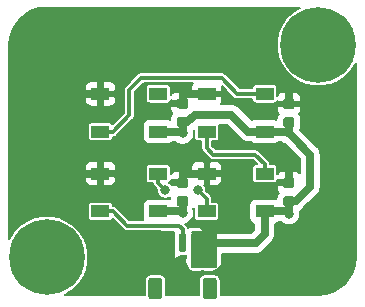
<source format=gbr>
G04 #@! TF.GenerationSoftware,KiCad,Pcbnew,(5.1.4)-1*
G04 #@! TF.CreationDate,2021-01-17T18:18:24-03:30*
G04 #@! TF.ProjectId,RGB_Breakout,5247425f-4272-4656-916b-6f75742e6b69,V1.0*
G04 #@! TF.SameCoordinates,Original*
G04 #@! TF.FileFunction,Copper,L1,Top*
G04 #@! TF.FilePolarity,Positive*
%FSLAX46Y46*%
G04 Gerber Fmt 4.6, Leading zero omitted, Abs format (unit mm)*
G04 Created by KiCad (PCBNEW (5.1.4)-1) date 2021-01-17 18:18:24*
%MOMM*%
%LPD*%
G04 APERTURE LIST*
%ADD10C,0.100000*%
%ADD11C,0.875000*%
%ADD12C,6.400000*%
%ADD13C,0.600000*%
%ADD14C,1.200000*%
%ADD15R,1.500000X1.000000*%
%ADD16C,0.800000*%
%ADD17C,0.304800*%
%ADD18C,0.406400*%
%ADD19C,0.635000*%
%ADD20C,0.128000*%
G04 APERTURE END LIST*
D10*
G36*
X65277691Y-141313553D02*
G01*
X65298926Y-141316703D01*
X65319750Y-141321919D01*
X65339962Y-141329151D01*
X65359368Y-141338330D01*
X65377781Y-141349366D01*
X65395024Y-141362154D01*
X65410930Y-141376570D01*
X65425346Y-141392476D01*
X65438134Y-141409719D01*
X65449170Y-141428132D01*
X65458349Y-141447538D01*
X65465581Y-141467750D01*
X65470797Y-141488574D01*
X65473947Y-141509809D01*
X65475000Y-141531250D01*
X65475000Y-141968750D01*
X65473947Y-141990191D01*
X65470797Y-142011426D01*
X65465581Y-142032250D01*
X65458349Y-142052462D01*
X65449170Y-142071868D01*
X65438134Y-142090281D01*
X65425346Y-142107524D01*
X65410930Y-142123430D01*
X65395024Y-142137846D01*
X65377781Y-142150634D01*
X65359368Y-142161670D01*
X65339962Y-142170849D01*
X65319750Y-142178081D01*
X65298926Y-142183297D01*
X65277691Y-142186447D01*
X65256250Y-142187500D01*
X64743750Y-142187500D01*
X64722309Y-142186447D01*
X64701074Y-142183297D01*
X64680250Y-142178081D01*
X64660038Y-142170849D01*
X64640632Y-142161670D01*
X64622219Y-142150634D01*
X64604976Y-142137846D01*
X64589070Y-142123430D01*
X64574654Y-142107524D01*
X64561866Y-142090281D01*
X64550830Y-142071868D01*
X64541651Y-142052462D01*
X64534419Y-142032250D01*
X64529203Y-142011426D01*
X64526053Y-141990191D01*
X64525000Y-141968750D01*
X64525000Y-141531250D01*
X64526053Y-141509809D01*
X64529203Y-141488574D01*
X64534419Y-141467750D01*
X64541651Y-141447538D01*
X64550830Y-141428132D01*
X64561866Y-141409719D01*
X64574654Y-141392476D01*
X64589070Y-141376570D01*
X64604976Y-141362154D01*
X64622219Y-141349366D01*
X64640632Y-141338330D01*
X64660038Y-141329151D01*
X64680250Y-141321919D01*
X64701074Y-141316703D01*
X64722309Y-141313553D01*
X64743750Y-141312500D01*
X65256250Y-141312500D01*
X65277691Y-141313553D01*
X65277691Y-141313553D01*
G37*
D11*
X65000000Y-141750000D03*
D10*
G36*
X65277691Y-139738553D02*
G01*
X65298926Y-139741703D01*
X65319750Y-139746919D01*
X65339962Y-139754151D01*
X65359368Y-139763330D01*
X65377781Y-139774366D01*
X65395024Y-139787154D01*
X65410930Y-139801570D01*
X65425346Y-139817476D01*
X65438134Y-139834719D01*
X65449170Y-139853132D01*
X65458349Y-139872538D01*
X65465581Y-139892750D01*
X65470797Y-139913574D01*
X65473947Y-139934809D01*
X65475000Y-139956250D01*
X65475000Y-140393750D01*
X65473947Y-140415191D01*
X65470797Y-140436426D01*
X65465581Y-140457250D01*
X65458349Y-140477462D01*
X65449170Y-140496868D01*
X65438134Y-140515281D01*
X65425346Y-140532524D01*
X65410930Y-140548430D01*
X65395024Y-140562846D01*
X65377781Y-140575634D01*
X65359368Y-140586670D01*
X65339962Y-140595849D01*
X65319750Y-140603081D01*
X65298926Y-140608297D01*
X65277691Y-140611447D01*
X65256250Y-140612500D01*
X64743750Y-140612500D01*
X64722309Y-140611447D01*
X64701074Y-140608297D01*
X64680250Y-140603081D01*
X64660038Y-140595849D01*
X64640632Y-140586670D01*
X64622219Y-140575634D01*
X64604976Y-140562846D01*
X64589070Y-140548430D01*
X64574654Y-140532524D01*
X64561866Y-140515281D01*
X64550830Y-140496868D01*
X64541651Y-140477462D01*
X64534419Y-140457250D01*
X64529203Y-140436426D01*
X64526053Y-140415191D01*
X64525000Y-140393750D01*
X64525000Y-139956250D01*
X64526053Y-139934809D01*
X64529203Y-139913574D01*
X64534419Y-139892750D01*
X64541651Y-139872538D01*
X64550830Y-139853132D01*
X64561866Y-139834719D01*
X64574654Y-139817476D01*
X64589070Y-139801570D01*
X64604976Y-139787154D01*
X64622219Y-139774366D01*
X64640632Y-139763330D01*
X64660038Y-139754151D01*
X64680250Y-139746919D01*
X64701074Y-139741703D01*
X64722309Y-139738553D01*
X64743750Y-139737500D01*
X65256250Y-139737500D01*
X65277691Y-139738553D01*
X65277691Y-139738553D01*
G37*
D11*
X65000000Y-140175000D03*
D10*
G36*
X74277691Y-139738553D02*
G01*
X74298926Y-139741703D01*
X74319750Y-139746919D01*
X74339962Y-139754151D01*
X74359368Y-139763330D01*
X74377781Y-139774366D01*
X74395024Y-139787154D01*
X74410930Y-139801570D01*
X74425346Y-139817476D01*
X74438134Y-139834719D01*
X74449170Y-139853132D01*
X74458349Y-139872538D01*
X74465581Y-139892750D01*
X74470797Y-139913574D01*
X74473947Y-139934809D01*
X74475000Y-139956250D01*
X74475000Y-140393750D01*
X74473947Y-140415191D01*
X74470797Y-140436426D01*
X74465581Y-140457250D01*
X74458349Y-140477462D01*
X74449170Y-140496868D01*
X74438134Y-140515281D01*
X74425346Y-140532524D01*
X74410930Y-140548430D01*
X74395024Y-140562846D01*
X74377781Y-140575634D01*
X74359368Y-140586670D01*
X74339962Y-140595849D01*
X74319750Y-140603081D01*
X74298926Y-140608297D01*
X74277691Y-140611447D01*
X74256250Y-140612500D01*
X73743750Y-140612500D01*
X73722309Y-140611447D01*
X73701074Y-140608297D01*
X73680250Y-140603081D01*
X73660038Y-140595849D01*
X73640632Y-140586670D01*
X73622219Y-140575634D01*
X73604976Y-140562846D01*
X73589070Y-140548430D01*
X73574654Y-140532524D01*
X73561866Y-140515281D01*
X73550830Y-140496868D01*
X73541651Y-140477462D01*
X73534419Y-140457250D01*
X73529203Y-140436426D01*
X73526053Y-140415191D01*
X73525000Y-140393750D01*
X73525000Y-139956250D01*
X73526053Y-139934809D01*
X73529203Y-139913574D01*
X73534419Y-139892750D01*
X73541651Y-139872538D01*
X73550830Y-139853132D01*
X73561866Y-139834719D01*
X73574654Y-139817476D01*
X73589070Y-139801570D01*
X73604976Y-139787154D01*
X73622219Y-139774366D01*
X73640632Y-139763330D01*
X73660038Y-139754151D01*
X73680250Y-139746919D01*
X73701074Y-139741703D01*
X73722309Y-139738553D01*
X73743750Y-139737500D01*
X74256250Y-139737500D01*
X74277691Y-139738553D01*
X74277691Y-139738553D01*
G37*
D11*
X74000000Y-140175000D03*
D10*
G36*
X74277691Y-141313553D02*
G01*
X74298926Y-141316703D01*
X74319750Y-141321919D01*
X74339962Y-141329151D01*
X74359368Y-141338330D01*
X74377781Y-141349366D01*
X74395024Y-141362154D01*
X74410930Y-141376570D01*
X74425346Y-141392476D01*
X74438134Y-141409719D01*
X74449170Y-141428132D01*
X74458349Y-141447538D01*
X74465581Y-141467750D01*
X74470797Y-141488574D01*
X74473947Y-141509809D01*
X74475000Y-141531250D01*
X74475000Y-141968750D01*
X74473947Y-141990191D01*
X74470797Y-142011426D01*
X74465581Y-142032250D01*
X74458349Y-142052462D01*
X74449170Y-142071868D01*
X74438134Y-142090281D01*
X74425346Y-142107524D01*
X74410930Y-142123430D01*
X74395024Y-142137846D01*
X74377781Y-142150634D01*
X74359368Y-142161670D01*
X74339962Y-142170849D01*
X74319750Y-142178081D01*
X74298926Y-142183297D01*
X74277691Y-142186447D01*
X74256250Y-142187500D01*
X73743750Y-142187500D01*
X73722309Y-142186447D01*
X73701074Y-142183297D01*
X73680250Y-142178081D01*
X73660038Y-142170849D01*
X73640632Y-142161670D01*
X73622219Y-142150634D01*
X73604976Y-142137846D01*
X73589070Y-142123430D01*
X73574654Y-142107524D01*
X73561866Y-142090281D01*
X73550830Y-142071868D01*
X73541651Y-142052462D01*
X73534419Y-142032250D01*
X73529203Y-142011426D01*
X73526053Y-141990191D01*
X73525000Y-141968750D01*
X73525000Y-141531250D01*
X73526053Y-141509809D01*
X73529203Y-141488574D01*
X73534419Y-141467750D01*
X73541651Y-141447538D01*
X73550830Y-141428132D01*
X73561866Y-141409719D01*
X73574654Y-141392476D01*
X73589070Y-141376570D01*
X73604976Y-141362154D01*
X73622219Y-141349366D01*
X73640632Y-141338330D01*
X73660038Y-141329151D01*
X73680250Y-141321919D01*
X73701074Y-141316703D01*
X73722309Y-141313553D01*
X73743750Y-141312500D01*
X74256250Y-141312500D01*
X74277691Y-141313553D01*
X74277691Y-141313553D01*
G37*
D11*
X74000000Y-141750000D03*
D10*
G36*
X74277691Y-134638553D02*
G01*
X74298926Y-134641703D01*
X74319750Y-134646919D01*
X74339962Y-134654151D01*
X74359368Y-134663330D01*
X74377781Y-134674366D01*
X74395024Y-134687154D01*
X74410930Y-134701570D01*
X74425346Y-134717476D01*
X74438134Y-134734719D01*
X74449170Y-134753132D01*
X74458349Y-134772538D01*
X74465581Y-134792750D01*
X74470797Y-134813574D01*
X74473947Y-134834809D01*
X74475000Y-134856250D01*
X74475000Y-135293750D01*
X74473947Y-135315191D01*
X74470797Y-135336426D01*
X74465581Y-135357250D01*
X74458349Y-135377462D01*
X74449170Y-135396868D01*
X74438134Y-135415281D01*
X74425346Y-135432524D01*
X74410930Y-135448430D01*
X74395024Y-135462846D01*
X74377781Y-135475634D01*
X74359368Y-135486670D01*
X74339962Y-135495849D01*
X74319750Y-135503081D01*
X74298926Y-135508297D01*
X74277691Y-135511447D01*
X74256250Y-135512500D01*
X73743750Y-135512500D01*
X73722309Y-135511447D01*
X73701074Y-135508297D01*
X73680250Y-135503081D01*
X73660038Y-135495849D01*
X73640632Y-135486670D01*
X73622219Y-135475634D01*
X73604976Y-135462846D01*
X73589070Y-135448430D01*
X73574654Y-135432524D01*
X73561866Y-135415281D01*
X73550830Y-135396868D01*
X73541651Y-135377462D01*
X73534419Y-135357250D01*
X73529203Y-135336426D01*
X73526053Y-135315191D01*
X73525000Y-135293750D01*
X73525000Y-134856250D01*
X73526053Y-134834809D01*
X73529203Y-134813574D01*
X73534419Y-134792750D01*
X73541651Y-134772538D01*
X73550830Y-134753132D01*
X73561866Y-134734719D01*
X73574654Y-134717476D01*
X73589070Y-134701570D01*
X73604976Y-134687154D01*
X73622219Y-134674366D01*
X73640632Y-134663330D01*
X73660038Y-134654151D01*
X73680250Y-134646919D01*
X73701074Y-134641703D01*
X73722309Y-134638553D01*
X73743750Y-134637500D01*
X74256250Y-134637500D01*
X74277691Y-134638553D01*
X74277691Y-134638553D01*
G37*
D11*
X74000000Y-135075000D03*
D10*
G36*
X74277691Y-133063553D02*
G01*
X74298926Y-133066703D01*
X74319750Y-133071919D01*
X74339962Y-133079151D01*
X74359368Y-133088330D01*
X74377781Y-133099366D01*
X74395024Y-133112154D01*
X74410930Y-133126570D01*
X74425346Y-133142476D01*
X74438134Y-133159719D01*
X74449170Y-133178132D01*
X74458349Y-133197538D01*
X74465581Y-133217750D01*
X74470797Y-133238574D01*
X74473947Y-133259809D01*
X74475000Y-133281250D01*
X74475000Y-133718750D01*
X74473947Y-133740191D01*
X74470797Y-133761426D01*
X74465581Y-133782250D01*
X74458349Y-133802462D01*
X74449170Y-133821868D01*
X74438134Y-133840281D01*
X74425346Y-133857524D01*
X74410930Y-133873430D01*
X74395024Y-133887846D01*
X74377781Y-133900634D01*
X74359368Y-133911670D01*
X74339962Y-133920849D01*
X74319750Y-133928081D01*
X74298926Y-133933297D01*
X74277691Y-133936447D01*
X74256250Y-133937500D01*
X73743750Y-133937500D01*
X73722309Y-133936447D01*
X73701074Y-133933297D01*
X73680250Y-133928081D01*
X73660038Y-133920849D01*
X73640632Y-133911670D01*
X73622219Y-133900634D01*
X73604976Y-133887846D01*
X73589070Y-133873430D01*
X73574654Y-133857524D01*
X73561866Y-133840281D01*
X73550830Y-133821868D01*
X73541651Y-133802462D01*
X73534419Y-133782250D01*
X73529203Y-133761426D01*
X73526053Y-133740191D01*
X73525000Y-133718750D01*
X73525000Y-133281250D01*
X73526053Y-133259809D01*
X73529203Y-133238574D01*
X73534419Y-133217750D01*
X73541651Y-133197538D01*
X73550830Y-133178132D01*
X73561866Y-133159719D01*
X73574654Y-133142476D01*
X73589070Y-133126570D01*
X73604976Y-133112154D01*
X73622219Y-133099366D01*
X73640632Y-133088330D01*
X73660038Y-133079151D01*
X73680250Y-133071919D01*
X73701074Y-133066703D01*
X73722309Y-133063553D01*
X73743750Y-133062500D01*
X74256250Y-133062500D01*
X74277691Y-133063553D01*
X74277691Y-133063553D01*
G37*
D11*
X74000000Y-133500000D03*
D10*
G36*
X65277691Y-133026053D02*
G01*
X65298926Y-133029203D01*
X65319750Y-133034419D01*
X65339962Y-133041651D01*
X65359368Y-133050830D01*
X65377781Y-133061866D01*
X65395024Y-133074654D01*
X65410930Y-133089070D01*
X65425346Y-133104976D01*
X65438134Y-133122219D01*
X65449170Y-133140632D01*
X65458349Y-133160038D01*
X65465581Y-133180250D01*
X65470797Y-133201074D01*
X65473947Y-133222309D01*
X65475000Y-133243750D01*
X65475000Y-133681250D01*
X65473947Y-133702691D01*
X65470797Y-133723926D01*
X65465581Y-133744750D01*
X65458349Y-133764962D01*
X65449170Y-133784368D01*
X65438134Y-133802781D01*
X65425346Y-133820024D01*
X65410930Y-133835930D01*
X65395024Y-133850346D01*
X65377781Y-133863134D01*
X65359368Y-133874170D01*
X65339962Y-133883349D01*
X65319750Y-133890581D01*
X65298926Y-133895797D01*
X65277691Y-133898947D01*
X65256250Y-133900000D01*
X64743750Y-133900000D01*
X64722309Y-133898947D01*
X64701074Y-133895797D01*
X64680250Y-133890581D01*
X64660038Y-133883349D01*
X64640632Y-133874170D01*
X64622219Y-133863134D01*
X64604976Y-133850346D01*
X64589070Y-133835930D01*
X64574654Y-133820024D01*
X64561866Y-133802781D01*
X64550830Y-133784368D01*
X64541651Y-133764962D01*
X64534419Y-133744750D01*
X64529203Y-133723926D01*
X64526053Y-133702691D01*
X64525000Y-133681250D01*
X64525000Y-133243750D01*
X64526053Y-133222309D01*
X64529203Y-133201074D01*
X64534419Y-133180250D01*
X64541651Y-133160038D01*
X64550830Y-133140632D01*
X64561866Y-133122219D01*
X64574654Y-133104976D01*
X64589070Y-133089070D01*
X64604976Y-133074654D01*
X64622219Y-133061866D01*
X64640632Y-133050830D01*
X64660038Y-133041651D01*
X64680250Y-133034419D01*
X64701074Y-133029203D01*
X64722309Y-133026053D01*
X64743750Y-133025000D01*
X65256250Y-133025000D01*
X65277691Y-133026053D01*
X65277691Y-133026053D01*
G37*
D11*
X65000000Y-133462500D03*
D10*
G36*
X65277691Y-134601053D02*
G01*
X65298926Y-134604203D01*
X65319750Y-134609419D01*
X65339962Y-134616651D01*
X65359368Y-134625830D01*
X65377781Y-134636866D01*
X65395024Y-134649654D01*
X65410930Y-134664070D01*
X65425346Y-134679976D01*
X65438134Y-134697219D01*
X65449170Y-134715632D01*
X65458349Y-134735038D01*
X65465581Y-134755250D01*
X65470797Y-134776074D01*
X65473947Y-134797309D01*
X65475000Y-134818750D01*
X65475000Y-135256250D01*
X65473947Y-135277691D01*
X65470797Y-135298926D01*
X65465581Y-135319750D01*
X65458349Y-135339962D01*
X65449170Y-135359368D01*
X65438134Y-135377781D01*
X65425346Y-135395024D01*
X65410930Y-135410930D01*
X65395024Y-135425346D01*
X65377781Y-135438134D01*
X65359368Y-135449170D01*
X65339962Y-135458349D01*
X65319750Y-135465581D01*
X65298926Y-135470797D01*
X65277691Y-135473947D01*
X65256250Y-135475000D01*
X64743750Y-135475000D01*
X64722309Y-135473947D01*
X64701074Y-135470797D01*
X64680250Y-135465581D01*
X64660038Y-135458349D01*
X64640632Y-135449170D01*
X64622219Y-135438134D01*
X64604976Y-135425346D01*
X64589070Y-135410930D01*
X64574654Y-135395024D01*
X64561866Y-135377781D01*
X64550830Y-135359368D01*
X64541651Y-135339962D01*
X64534419Y-135319750D01*
X64529203Y-135298926D01*
X64526053Y-135277691D01*
X64525000Y-135256250D01*
X64525000Y-134818750D01*
X64526053Y-134797309D01*
X64529203Y-134776074D01*
X64534419Y-134755250D01*
X64541651Y-134735038D01*
X64550830Y-134715632D01*
X64561866Y-134697219D01*
X64574654Y-134679976D01*
X64589070Y-134664070D01*
X64604976Y-134649654D01*
X64622219Y-134636866D01*
X64640632Y-134625830D01*
X64660038Y-134616651D01*
X64680250Y-134609419D01*
X64701074Y-134604203D01*
X64722309Y-134601053D01*
X64743750Y-134600000D01*
X65256250Y-134600000D01*
X65277691Y-134601053D01*
X65277691Y-134601053D01*
G37*
D11*
X65000000Y-135037500D03*
D12*
X76500000Y-128500000D03*
X53500000Y-146500000D03*
D10*
G36*
X64164703Y-144475722D02*
G01*
X64179264Y-144477882D01*
X64193543Y-144481459D01*
X64207403Y-144486418D01*
X64220710Y-144492712D01*
X64233336Y-144500280D01*
X64245159Y-144509048D01*
X64256066Y-144518934D01*
X64265952Y-144529841D01*
X64274720Y-144541664D01*
X64282288Y-144554290D01*
X64288582Y-144567597D01*
X64293541Y-144581457D01*
X64297118Y-144595736D01*
X64299278Y-144610297D01*
X64300000Y-144625000D01*
X64300000Y-145875000D01*
X64299278Y-145889703D01*
X64297118Y-145904264D01*
X64293541Y-145918543D01*
X64288582Y-145932403D01*
X64282288Y-145945710D01*
X64274720Y-145958336D01*
X64265952Y-145970159D01*
X64256066Y-145981066D01*
X64245159Y-145990952D01*
X64233336Y-145999720D01*
X64220710Y-146007288D01*
X64207403Y-146013582D01*
X64193543Y-146018541D01*
X64179264Y-146022118D01*
X64164703Y-146024278D01*
X64150000Y-146025000D01*
X63850000Y-146025000D01*
X63835297Y-146024278D01*
X63820736Y-146022118D01*
X63806457Y-146018541D01*
X63792597Y-146013582D01*
X63779290Y-146007288D01*
X63766664Y-145999720D01*
X63754841Y-145990952D01*
X63743934Y-145981066D01*
X63734048Y-145970159D01*
X63725280Y-145958336D01*
X63717712Y-145945710D01*
X63711418Y-145932403D01*
X63706459Y-145918543D01*
X63702882Y-145904264D01*
X63700722Y-145889703D01*
X63700000Y-145875000D01*
X63700000Y-144625000D01*
X63700722Y-144610297D01*
X63702882Y-144595736D01*
X63706459Y-144581457D01*
X63711418Y-144567597D01*
X63717712Y-144554290D01*
X63725280Y-144541664D01*
X63734048Y-144529841D01*
X63743934Y-144518934D01*
X63754841Y-144509048D01*
X63766664Y-144500280D01*
X63779290Y-144492712D01*
X63792597Y-144486418D01*
X63806457Y-144481459D01*
X63820736Y-144477882D01*
X63835297Y-144475722D01*
X63850000Y-144475000D01*
X64150000Y-144475000D01*
X64164703Y-144475722D01*
X64164703Y-144475722D01*
G37*
D13*
X64000000Y-145250000D03*
D10*
G36*
X65164703Y-144475722D02*
G01*
X65179264Y-144477882D01*
X65193543Y-144481459D01*
X65207403Y-144486418D01*
X65220710Y-144492712D01*
X65233336Y-144500280D01*
X65245159Y-144509048D01*
X65256066Y-144518934D01*
X65265952Y-144529841D01*
X65274720Y-144541664D01*
X65282288Y-144554290D01*
X65288582Y-144567597D01*
X65293541Y-144581457D01*
X65297118Y-144595736D01*
X65299278Y-144610297D01*
X65300000Y-144625000D01*
X65300000Y-145875000D01*
X65299278Y-145889703D01*
X65297118Y-145904264D01*
X65293541Y-145918543D01*
X65288582Y-145932403D01*
X65282288Y-145945710D01*
X65274720Y-145958336D01*
X65265952Y-145970159D01*
X65256066Y-145981066D01*
X65245159Y-145990952D01*
X65233336Y-145999720D01*
X65220710Y-146007288D01*
X65207403Y-146013582D01*
X65193543Y-146018541D01*
X65179264Y-146022118D01*
X65164703Y-146024278D01*
X65150000Y-146025000D01*
X64850000Y-146025000D01*
X64835297Y-146024278D01*
X64820736Y-146022118D01*
X64806457Y-146018541D01*
X64792597Y-146013582D01*
X64779290Y-146007288D01*
X64766664Y-145999720D01*
X64754841Y-145990952D01*
X64743934Y-145981066D01*
X64734048Y-145970159D01*
X64725280Y-145958336D01*
X64717712Y-145945710D01*
X64711418Y-145932403D01*
X64706459Y-145918543D01*
X64702882Y-145904264D01*
X64700722Y-145889703D01*
X64700000Y-145875000D01*
X64700000Y-144625000D01*
X64700722Y-144610297D01*
X64702882Y-144595736D01*
X64706459Y-144581457D01*
X64711418Y-144567597D01*
X64717712Y-144554290D01*
X64725280Y-144541664D01*
X64734048Y-144529841D01*
X64743934Y-144518934D01*
X64754841Y-144509048D01*
X64766664Y-144500280D01*
X64779290Y-144492712D01*
X64792597Y-144486418D01*
X64806457Y-144481459D01*
X64820736Y-144477882D01*
X64835297Y-144475722D01*
X64850000Y-144475000D01*
X65150000Y-144475000D01*
X65164703Y-144475722D01*
X65164703Y-144475722D01*
G37*
D13*
X65000000Y-145250000D03*
D10*
G36*
X66164703Y-144475722D02*
G01*
X66179264Y-144477882D01*
X66193543Y-144481459D01*
X66207403Y-144486418D01*
X66220710Y-144492712D01*
X66233336Y-144500280D01*
X66245159Y-144509048D01*
X66256066Y-144518934D01*
X66265952Y-144529841D01*
X66274720Y-144541664D01*
X66282288Y-144554290D01*
X66288582Y-144567597D01*
X66293541Y-144581457D01*
X66297118Y-144595736D01*
X66299278Y-144610297D01*
X66300000Y-144625000D01*
X66300000Y-145875000D01*
X66299278Y-145889703D01*
X66297118Y-145904264D01*
X66293541Y-145918543D01*
X66288582Y-145932403D01*
X66282288Y-145945710D01*
X66274720Y-145958336D01*
X66265952Y-145970159D01*
X66256066Y-145981066D01*
X66245159Y-145990952D01*
X66233336Y-145999720D01*
X66220710Y-146007288D01*
X66207403Y-146013582D01*
X66193543Y-146018541D01*
X66179264Y-146022118D01*
X66164703Y-146024278D01*
X66150000Y-146025000D01*
X65850000Y-146025000D01*
X65835297Y-146024278D01*
X65820736Y-146022118D01*
X65806457Y-146018541D01*
X65792597Y-146013582D01*
X65779290Y-146007288D01*
X65766664Y-145999720D01*
X65754841Y-145990952D01*
X65743934Y-145981066D01*
X65734048Y-145970159D01*
X65725280Y-145958336D01*
X65717712Y-145945710D01*
X65711418Y-145932403D01*
X65706459Y-145918543D01*
X65702882Y-145904264D01*
X65700722Y-145889703D01*
X65700000Y-145875000D01*
X65700000Y-144625000D01*
X65700722Y-144610297D01*
X65702882Y-144595736D01*
X65706459Y-144581457D01*
X65711418Y-144567597D01*
X65717712Y-144554290D01*
X65725280Y-144541664D01*
X65734048Y-144529841D01*
X65743934Y-144518934D01*
X65754841Y-144509048D01*
X65766664Y-144500280D01*
X65779290Y-144492712D01*
X65792597Y-144486418D01*
X65806457Y-144481459D01*
X65820736Y-144477882D01*
X65835297Y-144475722D01*
X65850000Y-144475000D01*
X66150000Y-144475000D01*
X66164703Y-144475722D01*
X66164703Y-144475722D01*
G37*
D13*
X66000000Y-145250000D03*
D10*
G36*
X63074505Y-148226204D02*
G01*
X63098773Y-148229804D01*
X63122572Y-148235765D01*
X63145671Y-148244030D01*
X63167850Y-148254520D01*
X63188893Y-148267132D01*
X63208599Y-148281747D01*
X63226777Y-148298223D01*
X63243253Y-148316401D01*
X63257868Y-148336107D01*
X63270480Y-148357150D01*
X63280970Y-148379329D01*
X63289235Y-148402428D01*
X63295196Y-148426227D01*
X63298796Y-148450495D01*
X63300000Y-148474999D01*
X63300000Y-149775001D01*
X63298796Y-149799505D01*
X63295196Y-149823773D01*
X63289235Y-149847572D01*
X63280970Y-149870671D01*
X63270480Y-149892850D01*
X63257868Y-149913893D01*
X63243253Y-149933599D01*
X63226777Y-149951777D01*
X63208599Y-149968253D01*
X63188893Y-149982868D01*
X63167850Y-149995480D01*
X63145671Y-150005970D01*
X63122572Y-150014235D01*
X63098773Y-150020196D01*
X63074505Y-150023796D01*
X63050001Y-150025000D01*
X62349999Y-150025000D01*
X62325495Y-150023796D01*
X62301227Y-150020196D01*
X62277428Y-150014235D01*
X62254329Y-150005970D01*
X62232150Y-149995480D01*
X62211107Y-149982868D01*
X62191401Y-149968253D01*
X62173223Y-149951777D01*
X62156747Y-149933599D01*
X62142132Y-149913893D01*
X62129520Y-149892850D01*
X62119030Y-149870671D01*
X62110765Y-149847572D01*
X62104804Y-149823773D01*
X62101204Y-149799505D01*
X62100000Y-149775001D01*
X62100000Y-148474999D01*
X62101204Y-148450495D01*
X62104804Y-148426227D01*
X62110765Y-148402428D01*
X62119030Y-148379329D01*
X62129520Y-148357150D01*
X62142132Y-148336107D01*
X62156747Y-148316401D01*
X62173223Y-148298223D01*
X62191401Y-148281747D01*
X62211107Y-148267132D01*
X62232150Y-148254520D01*
X62254329Y-148244030D01*
X62277428Y-148235765D01*
X62301227Y-148229804D01*
X62325495Y-148226204D01*
X62349999Y-148225000D01*
X63050001Y-148225000D01*
X63074505Y-148226204D01*
X63074505Y-148226204D01*
G37*
D14*
X62700000Y-149125000D03*
D10*
G36*
X67674505Y-148226204D02*
G01*
X67698773Y-148229804D01*
X67722572Y-148235765D01*
X67745671Y-148244030D01*
X67767850Y-148254520D01*
X67788893Y-148267132D01*
X67808599Y-148281747D01*
X67826777Y-148298223D01*
X67843253Y-148316401D01*
X67857868Y-148336107D01*
X67870480Y-148357150D01*
X67880970Y-148379329D01*
X67889235Y-148402428D01*
X67895196Y-148426227D01*
X67898796Y-148450495D01*
X67900000Y-148474999D01*
X67900000Y-149775001D01*
X67898796Y-149799505D01*
X67895196Y-149823773D01*
X67889235Y-149847572D01*
X67880970Y-149870671D01*
X67870480Y-149892850D01*
X67857868Y-149913893D01*
X67843253Y-149933599D01*
X67826777Y-149951777D01*
X67808599Y-149968253D01*
X67788893Y-149982868D01*
X67767850Y-149995480D01*
X67745671Y-150005970D01*
X67722572Y-150014235D01*
X67698773Y-150020196D01*
X67674505Y-150023796D01*
X67650001Y-150025000D01*
X66949999Y-150025000D01*
X66925495Y-150023796D01*
X66901227Y-150020196D01*
X66877428Y-150014235D01*
X66854329Y-150005970D01*
X66832150Y-149995480D01*
X66811107Y-149982868D01*
X66791401Y-149968253D01*
X66773223Y-149951777D01*
X66756747Y-149933599D01*
X66742132Y-149913893D01*
X66729520Y-149892850D01*
X66719030Y-149870671D01*
X66710765Y-149847572D01*
X66704804Y-149823773D01*
X66701204Y-149799505D01*
X66700000Y-149775001D01*
X66700000Y-148474999D01*
X66701204Y-148450495D01*
X66704804Y-148426227D01*
X66710765Y-148402428D01*
X66719030Y-148379329D01*
X66729520Y-148357150D01*
X66742132Y-148336107D01*
X66756747Y-148316401D01*
X66773223Y-148298223D01*
X66791401Y-148281747D01*
X66811107Y-148267132D01*
X66832150Y-148254520D01*
X66854329Y-148244030D01*
X66877428Y-148235765D01*
X66901227Y-148229804D01*
X66925495Y-148226204D01*
X66949999Y-148225000D01*
X67650001Y-148225000D01*
X67674505Y-148226204D01*
X67674505Y-148226204D01*
G37*
D14*
X67300000Y-149125000D03*
D15*
X58050000Y-139400000D03*
X58050000Y-142600000D03*
X62950000Y-139400000D03*
X62950000Y-142600000D03*
X71950000Y-142600000D03*
X71950000Y-139400000D03*
X67050000Y-142600000D03*
X67050000Y-139400000D03*
X67050000Y-132650000D03*
X67050000Y-135850000D03*
X71950000Y-132650000D03*
X71950000Y-135850000D03*
X62950000Y-135850000D03*
X62950000Y-132650000D03*
X58050000Y-135850000D03*
X58050000Y-132650000D03*
D16*
X69660000Y-147600000D03*
X77800000Y-139480000D03*
X77800000Y-147640001D03*
X52500000Y-127500000D03*
X63545200Y-140800000D03*
X66300000Y-140800002D03*
X67200000Y-145300000D03*
X66200000Y-146800000D03*
X67200000Y-146800000D03*
X62600000Y-145300000D03*
X62600000Y-146800000D03*
X63600000Y-146800000D03*
X56400000Y-139400000D03*
X65000000Y-139100000D03*
X74000000Y-139000000D03*
X74000000Y-132300000D03*
X65000000Y-132200000D03*
X56500000Y-132600000D03*
X60660000Y-127500000D03*
X68820000Y-127500000D03*
X52500000Y-135660000D03*
X65000000Y-142700000D03*
X74000000Y-142800000D03*
X74000000Y-136000000D03*
X65000000Y-136000000D03*
D17*
X62950000Y-140204800D02*
X63545200Y-140800000D01*
X62950000Y-139400000D02*
X62950000Y-140204800D01*
X67050000Y-141550002D02*
X67050000Y-142600000D01*
X66300000Y-140800002D02*
X67050000Y-141550002D01*
X71950000Y-138595200D02*
X71154800Y-137800000D01*
X71950000Y-139400000D02*
X71950000Y-138595200D01*
X71154800Y-137800000D02*
X67600000Y-137800000D01*
X67050000Y-137250000D02*
X67050000Y-135850000D01*
X67600000Y-137800000D02*
X67050000Y-137250000D01*
D18*
X67600000Y-145250000D02*
X67600000Y-146800000D01*
X67600000Y-145250000D02*
X66250000Y-145250000D01*
X66250000Y-145250000D02*
X66200000Y-145300000D01*
X66200000Y-145300000D02*
X66200000Y-146800000D01*
X64000000Y-145250000D02*
X64000000Y-146800000D01*
X64000000Y-145250000D02*
X62650000Y-145250000D01*
X62650000Y-145250000D02*
X62600000Y-145300000D01*
X62600000Y-145300000D02*
X62600000Y-146800000D01*
D19*
X58050000Y-139400000D02*
X56400000Y-139400000D01*
X65000000Y-140175000D02*
X65000000Y-139100000D01*
X65300000Y-139400000D02*
X65000000Y-139100000D01*
X67050000Y-139400000D02*
X65300000Y-139400000D01*
X74000000Y-140175000D02*
X74000000Y-139000000D01*
X74000000Y-133500000D02*
X74000000Y-132300000D01*
X65000000Y-133462500D02*
X65000000Y-132200000D01*
X65450000Y-132650000D02*
X65000000Y-132200000D01*
X67050000Y-132650000D02*
X65450000Y-132650000D01*
X58050000Y-132650000D02*
X56550000Y-132650000D01*
X56550000Y-132650000D02*
X56500000Y-132600000D01*
D17*
X59104800Y-135850000D02*
X60500000Y-134454800D01*
X58050000Y-135850000D02*
X59104800Y-135850000D01*
X60500000Y-134454800D02*
X60500000Y-132300000D01*
X60500000Y-132300000D02*
X61500000Y-131300000D01*
X61500000Y-131300000D02*
X68300000Y-131300000D01*
X69650000Y-132650000D02*
X71950000Y-132650000D01*
X68300000Y-131300000D02*
X69650000Y-132650000D01*
D19*
X62950000Y-142600000D02*
X64900000Y-142600000D01*
X64900000Y-142600000D02*
X65000000Y-142700000D01*
X65000000Y-142700000D02*
X65000000Y-141750000D01*
X71950000Y-142600000D02*
X73800000Y-142600000D01*
X73800000Y-142600000D02*
X74000000Y-142800000D01*
X74000000Y-142800000D02*
X74000000Y-141750000D01*
X71950000Y-135850000D02*
X73850000Y-135850000D01*
X73850000Y-135850000D02*
X74000000Y-136000000D01*
X74000000Y-136000000D02*
X74000000Y-135075000D01*
X62950000Y-135850000D02*
X64850000Y-135850000D01*
X64850000Y-135850000D02*
X65000000Y-136000000D01*
X65000000Y-136000000D02*
X65000000Y-135037500D01*
X71200000Y-145300000D02*
X67200000Y-145300000D01*
X71950000Y-142600000D02*
X71950000Y-144550000D01*
X71950000Y-144550000D02*
X71200000Y-145300000D01*
X74399999Y-136399999D02*
X74000000Y-136000000D01*
X75800000Y-137800000D02*
X74399999Y-136399999D01*
X75800000Y-140525000D02*
X75800000Y-137800000D01*
X74000000Y-141750000D02*
X74575000Y-141750000D01*
X74575000Y-141750000D02*
X75800000Y-140525000D01*
X70565000Y-135850000D02*
X71950000Y-135850000D01*
X69115000Y-134400000D02*
X70565000Y-135850000D01*
X66014308Y-134400000D02*
X69115000Y-134400000D01*
X65376808Y-135037500D02*
X66014308Y-134400000D01*
X65000000Y-135037500D02*
X65376808Y-135037500D01*
D17*
X59104800Y-142600000D02*
X58050000Y-142600000D01*
X60304800Y-143800000D02*
X59104800Y-142600000D01*
X64700000Y-143800000D02*
X60304800Y-143800000D01*
X65000000Y-145250000D02*
X65000000Y-144100000D01*
X65000000Y-144100000D02*
X64700000Y-143800000D01*
D20*
G36*
X64236000Y-147336000D02*
G01*
X62164000Y-147336000D01*
X62164000Y-144364000D01*
X64236000Y-144364000D01*
X64236000Y-147336000D01*
X64236000Y-147336000D01*
G37*
X64236000Y-147336000D02*
X62164000Y-147336000D01*
X62164000Y-144364000D01*
X64236000Y-144364000D01*
X64236000Y-147336000D01*
G36*
X67836000Y-147336000D02*
G01*
X65764000Y-147336000D01*
X65764000Y-146256372D01*
X65819597Y-146152356D01*
X65860841Y-146016395D01*
X65874767Y-145875000D01*
X65874767Y-144625000D01*
X65860841Y-144483605D01*
X65824559Y-144364000D01*
X67836000Y-144364000D01*
X67836000Y-147336000D01*
X67836000Y-147336000D01*
G37*
X67836000Y-147336000D02*
X65764000Y-147336000D01*
X65764000Y-146256372D01*
X65819597Y-146152356D01*
X65860841Y-146016395D01*
X65874767Y-145875000D01*
X65874767Y-144625000D01*
X65860841Y-144483605D01*
X65824559Y-144364000D01*
X67836000Y-144364000D01*
X67836000Y-147336000D01*
G36*
X74833602Y-125382389D02*
G01*
X74257406Y-125767391D01*
X73767391Y-126257406D01*
X73382389Y-126833602D01*
X73117195Y-127473837D01*
X72982000Y-128153507D01*
X72982000Y-128846493D01*
X73117195Y-129526163D01*
X73382389Y-130166398D01*
X73767391Y-130742594D01*
X74257406Y-131232609D01*
X74833602Y-131617611D01*
X75473837Y-131882805D01*
X76153507Y-132018000D01*
X76846493Y-132018000D01*
X77526163Y-131882805D01*
X78166398Y-131617611D01*
X78742594Y-131232609D01*
X79232609Y-130742594D01*
X79617611Y-130166398D01*
X79657000Y-130071304D01*
X79657001Y-146483214D01*
X79595262Y-147112876D01*
X79417270Y-147702413D01*
X79128162Y-148246146D01*
X78738947Y-148723373D01*
X78264455Y-149115906D01*
X77722746Y-149408807D01*
X77134470Y-149590908D01*
X76505863Y-149656977D01*
X76499382Y-149657000D01*
X68219538Y-149657000D01*
X68219538Y-148474999D01*
X68208595Y-148363888D01*
X68176185Y-148257047D01*
X68123554Y-148158581D01*
X68052724Y-148072276D01*
X67966419Y-148001446D01*
X67867953Y-147948815D01*
X67761112Y-147916405D01*
X67650001Y-147905462D01*
X66949999Y-147905462D01*
X66838888Y-147916405D01*
X66732047Y-147948815D01*
X66633581Y-148001446D01*
X66547276Y-148072276D01*
X66476446Y-148158581D01*
X66423815Y-148257047D01*
X66391405Y-148363888D01*
X66380462Y-148474999D01*
X66380462Y-149657000D01*
X63619538Y-149657000D01*
X63619538Y-148474999D01*
X63608595Y-148363888D01*
X63576185Y-148257047D01*
X63523554Y-148158581D01*
X63452724Y-148072276D01*
X63366419Y-148001446D01*
X63267953Y-147948815D01*
X63161112Y-147916405D01*
X63050001Y-147905462D01*
X62349999Y-147905462D01*
X62238888Y-147916405D01*
X62132047Y-147948815D01*
X62033581Y-148001446D01*
X61947276Y-148072276D01*
X61876446Y-148158581D01*
X61823815Y-148257047D01*
X61791405Y-148363888D01*
X61780462Y-148474999D01*
X61780462Y-149657000D01*
X55071305Y-149657000D01*
X55166398Y-149617611D01*
X55742594Y-149232609D01*
X56232609Y-148742594D01*
X56617611Y-148166398D01*
X56882805Y-147526163D01*
X57018000Y-146846493D01*
X57018000Y-146153507D01*
X56990661Y-146016063D01*
X63125301Y-146016063D01*
X63134601Y-146128352D01*
X63165628Y-146236671D01*
X63217190Y-146336854D01*
X63287307Y-146425054D01*
X63373283Y-146497879D01*
X63471815Y-146552532D01*
X63579116Y-146586912D01*
X63667000Y-146597000D01*
X63810000Y-146454000D01*
X63810000Y-145440000D01*
X63271000Y-145440000D01*
X63128000Y-145583000D01*
X63125301Y-146016063D01*
X56990661Y-146016063D01*
X56882805Y-145473837D01*
X56617611Y-144833602D01*
X56232609Y-144257406D01*
X55742594Y-143767391D01*
X55166398Y-143382389D01*
X54526163Y-143117195D01*
X53846493Y-142982000D01*
X53153507Y-142982000D01*
X52473837Y-143117195D01*
X51833602Y-143382389D01*
X51257406Y-143767391D01*
X50767391Y-144257406D01*
X50382389Y-144833602D01*
X50343000Y-144928695D01*
X50343000Y-139900000D01*
X56725232Y-139900000D01*
X56736276Y-140012132D01*
X56768984Y-140119954D01*
X56822098Y-140219324D01*
X56893578Y-140306422D01*
X56980676Y-140377902D01*
X57080046Y-140431016D01*
X57187868Y-140463724D01*
X57300000Y-140474768D01*
X57717000Y-140472000D01*
X57860000Y-140329000D01*
X57860000Y-139590000D01*
X58240000Y-139590000D01*
X58240000Y-140329000D01*
X58383000Y-140472000D01*
X58800000Y-140474768D01*
X58912132Y-140463724D01*
X59019954Y-140431016D01*
X59119324Y-140377902D01*
X59206422Y-140306422D01*
X59277902Y-140219324D01*
X59331016Y-140119954D01*
X59363724Y-140012132D01*
X59374768Y-139900000D01*
X59372000Y-139733000D01*
X59229000Y-139590000D01*
X58240000Y-139590000D01*
X57860000Y-139590000D01*
X56871000Y-139590000D01*
X56728000Y-139733000D01*
X56725232Y-139900000D01*
X50343000Y-139900000D01*
X50343000Y-138900000D01*
X56725232Y-138900000D01*
X56728000Y-139067000D01*
X56871000Y-139210000D01*
X57860000Y-139210000D01*
X57860000Y-138471000D01*
X58240000Y-138471000D01*
X58240000Y-139210000D01*
X59229000Y-139210000D01*
X59372000Y-139067000D01*
X59374768Y-138900000D01*
X59363724Y-138787868D01*
X59331016Y-138680046D01*
X59277902Y-138580676D01*
X59206422Y-138493578D01*
X59119324Y-138422098D01*
X59019954Y-138368984D01*
X58912132Y-138336276D01*
X58800000Y-138325232D01*
X58383000Y-138328000D01*
X58240000Y-138471000D01*
X57860000Y-138471000D01*
X57717000Y-138328000D01*
X57300000Y-138325232D01*
X57187868Y-138336276D01*
X57080046Y-138368984D01*
X56980676Y-138422098D01*
X56893578Y-138493578D01*
X56822098Y-138580676D01*
X56768984Y-138680046D01*
X56736276Y-138787868D01*
X56725232Y-138900000D01*
X50343000Y-138900000D01*
X50343000Y-135350000D01*
X56980462Y-135350000D01*
X56980462Y-136350000D01*
X56986602Y-136412339D01*
X57004785Y-136472282D01*
X57034314Y-136527526D01*
X57074053Y-136575947D01*
X57122474Y-136615686D01*
X57177718Y-136645215D01*
X57237661Y-136663398D01*
X57300000Y-136669538D01*
X58800000Y-136669538D01*
X58862339Y-136663398D01*
X58922282Y-136645215D01*
X58977526Y-136615686D01*
X59025947Y-136575947D01*
X59065686Y-136527526D01*
X59095215Y-136472282D01*
X59113398Y-136412339D01*
X59119538Y-136350000D01*
X59119538Y-136321224D01*
X59127902Y-136320400D01*
X59127910Y-136320400D01*
X59197015Y-136313594D01*
X59285685Y-136286696D01*
X59367405Y-136243016D01*
X59439032Y-136184232D01*
X59453766Y-136166279D01*
X60816285Y-134803761D01*
X60834232Y-134789032D01*
X60848961Y-134771085D01*
X60848964Y-134771082D01*
X60893016Y-134717405D01*
X60936695Y-134635686D01*
X60936696Y-134635685D01*
X60963594Y-134547015D01*
X60970400Y-134477910D01*
X60970400Y-134477902D01*
X60972675Y-134454800D01*
X60970400Y-134431698D01*
X60970400Y-132494845D01*
X61315245Y-132150000D01*
X61880462Y-132150000D01*
X61880462Y-133150000D01*
X61886602Y-133212339D01*
X61904785Y-133272282D01*
X61934314Y-133327526D01*
X61974053Y-133375947D01*
X62022474Y-133415686D01*
X62077718Y-133445215D01*
X62137661Y-133463398D01*
X62200000Y-133469538D01*
X63700000Y-133469538D01*
X63762339Y-133463398D01*
X63822282Y-133445215D01*
X63877526Y-133415686D01*
X63925947Y-133375947D01*
X63965686Y-133327526D01*
X63995215Y-133272282D01*
X64013398Y-133212339D01*
X64015410Y-133191910D01*
X64096000Y-133272500D01*
X64810000Y-133272500D01*
X64810000Y-132596000D01*
X64667000Y-132453000D01*
X64525000Y-132450232D01*
X64412868Y-132461276D01*
X64305046Y-132493984D01*
X64205676Y-132547098D01*
X64118578Y-132618578D01*
X64047098Y-132705676D01*
X64019538Y-132757237D01*
X64019538Y-132150000D01*
X64013398Y-132087661D01*
X63995215Y-132027718D01*
X63965686Y-131972474D01*
X63925947Y-131924053D01*
X63877526Y-131884314D01*
X63822282Y-131854785D01*
X63762339Y-131836602D01*
X63700000Y-131830462D01*
X62200000Y-131830462D01*
X62137661Y-131836602D01*
X62077718Y-131854785D01*
X62022474Y-131884314D01*
X61974053Y-131924053D01*
X61934314Y-131972474D01*
X61904785Y-132027718D01*
X61886602Y-132087661D01*
X61880462Y-132150000D01*
X61315245Y-132150000D01*
X61694846Y-131770400D01*
X65871566Y-131770400D01*
X65822098Y-131830676D01*
X65768984Y-131930046D01*
X65736276Y-132037868D01*
X65725232Y-132150000D01*
X65728000Y-132317000D01*
X65870998Y-132459998D01*
X65728000Y-132459998D01*
X65728000Y-132511647D01*
X65694954Y-132493984D01*
X65587132Y-132461276D01*
X65475000Y-132450232D01*
X65333000Y-132453000D01*
X65190000Y-132596000D01*
X65190000Y-133272500D01*
X65210000Y-133272500D01*
X65210000Y-133652500D01*
X65190000Y-133652500D01*
X65190000Y-133672500D01*
X64810000Y-133672500D01*
X64810000Y-133652500D01*
X64096000Y-133652500D01*
X63953000Y-133795500D01*
X63950232Y-133900000D01*
X63961276Y-134012132D01*
X63993984Y-134119954D01*
X64047098Y-134219324D01*
X64118578Y-134306422D01*
X64132945Y-134318213D01*
X64083965Y-134377896D01*
X64010636Y-134515084D01*
X63965480Y-134663943D01*
X63950233Y-134818750D01*
X63950233Y-134835170D01*
X63919954Y-134818985D01*
X63812131Y-134786277D01*
X63700000Y-134775233D01*
X62200000Y-134775233D01*
X62087869Y-134786277D01*
X61980046Y-134818985D01*
X61880677Y-134872099D01*
X61793578Y-134943578D01*
X61722099Y-135030677D01*
X61668985Y-135130046D01*
X61636277Y-135237869D01*
X61625233Y-135350000D01*
X61625233Y-136350000D01*
X61636277Y-136462131D01*
X61668985Y-136569954D01*
X61722099Y-136669323D01*
X61793578Y-136756422D01*
X61880677Y-136827901D01*
X61980046Y-136881015D01*
X62087869Y-136913723D01*
X62200000Y-136924767D01*
X63700000Y-136924767D01*
X63812131Y-136913723D01*
X63919954Y-136881015D01*
X64019323Y-136827901D01*
X64106422Y-136756422D01*
X64120309Y-136739500D01*
X64364884Y-136739500D01*
X64380386Y-136755002D01*
X64539585Y-136861375D01*
X64716478Y-136934646D01*
X64904266Y-136972000D01*
X65095734Y-136972000D01*
X65283522Y-136934646D01*
X65460415Y-136861375D01*
X65619614Y-136755002D01*
X65755002Y-136619614D01*
X65861375Y-136460415D01*
X65934646Y-136283522D01*
X65972000Y-136095734D01*
X65972000Y-135904266D01*
X65937025Y-135728436D01*
X65980462Y-135692788D01*
X65980462Y-136350000D01*
X65986602Y-136412339D01*
X66004785Y-136472282D01*
X66034314Y-136527526D01*
X66074053Y-136575947D01*
X66122474Y-136615686D01*
X66177718Y-136645215D01*
X66237661Y-136663398D01*
X66300000Y-136669538D01*
X66579600Y-136669538D01*
X66579600Y-137226898D01*
X66577325Y-137250000D01*
X66579600Y-137273102D01*
X66579600Y-137273109D01*
X66586406Y-137342214D01*
X66613304Y-137430884D01*
X66656984Y-137512605D01*
X66715768Y-137584232D01*
X66733720Y-137598966D01*
X67251039Y-138116285D01*
X67265768Y-138134232D01*
X67337395Y-138193016D01*
X67419115Y-138236696D01*
X67507785Y-138263594D01*
X67576890Y-138270400D01*
X67576900Y-138270400D01*
X67599999Y-138272675D01*
X67623098Y-138270400D01*
X70959955Y-138270400D01*
X71270016Y-138580462D01*
X71200000Y-138580462D01*
X71137661Y-138586602D01*
X71077718Y-138604785D01*
X71022474Y-138634314D01*
X70974053Y-138674053D01*
X70934314Y-138722474D01*
X70904785Y-138777718D01*
X70886602Y-138837661D01*
X70880462Y-138900000D01*
X70880462Y-139900000D01*
X70886602Y-139962339D01*
X70904785Y-140022282D01*
X70934314Y-140077526D01*
X70974053Y-140125947D01*
X71022474Y-140165686D01*
X71077718Y-140195215D01*
X71137661Y-140213398D01*
X71200000Y-140219538D01*
X72700000Y-140219538D01*
X72762339Y-140213398D01*
X72822282Y-140195215D01*
X72877526Y-140165686D01*
X72925947Y-140125947D01*
X72965686Y-140077526D01*
X72995215Y-140022282D01*
X73013398Y-139962339D01*
X73018772Y-139907772D01*
X73096000Y-139985000D01*
X73810000Y-139985000D01*
X73810000Y-139308500D01*
X73667000Y-139165500D01*
X73525000Y-139162732D01*
X73412868Y-139173776D01*
X73305046Y-139206484D01*
X73205676Y-139259598D01*
X73118578Y-139331078D01*
X73047098Y-139418176D01*
X73019538Y-139469737D01*
X73019538Y-138900000D01*
X73013398Y-138837661D01*
X72995215Y-138777718D01*
X72965686Y-138722474D01*
X72925947Y-138674053D01*
X72877526Y-138634314D01*
X72822282Y-138604785D01*
X72762339Y-138586602D01*
X72700000Y-138580462D01*
X72421224Y-138580462D01*
X72420400Y-138572098D01*
X72420400Y-138572090D01*
X72413594Y-138502985D01*
X72386696Y-138414315D01*
X72343016Y-138332595D01*
X72336973Y-138325232D01*
X72298964Y-138278918D01*
X72298961Y-138278915D01*
X72284232Y-138260968D01*
X72266285Y-138246239D01*
X71503766Y-137483721D01*
X71489032Y-137465768D01*
X71417405Y-137406984D01*
X71335685Y-137363304D01*
X71247015Y-137336406D01*
X71177910Y-137329600D01*
X71177902Y-137329600D01*
X71154800Y-137327325D01*
X71131698Y-137329600D01*
X67794846Y-137329600D01*
X67520400Y-137055155D01*
X67520400Y-136669538D01*
X67800000Y-136669538D01*
X67862339Y-136663398D01*
X67922282Y-136645215D01*
X67977526Y-136615686D01*
X68025947Y-136575947D01*
X68065686Y-136527526D01*
X68095215Y-136472282D01*
X68113398Y-136412339D01*
X68119538Y-136350000D01*
X68119538Y-135350000D01*
X68113579Y-135289500D01*
X68746558Y-135289500D01*
X69905135Y-136448078D01*
X69932986Y-136482014D01*
X69966919Y-136509862D01*
X69966921Y-136509864D01*
X70068429Y-136593170D01*
X70110554Y-136615686D01*
X70222956Y-136675766D01*
X70390628Y-136726629D01*
X70521311Y-136739500D01*
X70521313Y-136739500D01*
X70565000Y-136743803D01*
X70608687Y-136739500D01*
X70779691Y-136739500D01*
X70793578Y-136756422D01*
X70880677Y-136827901D01*
X70980046Y-136881015D01*
X71087869Y-136913723D01*
X71200000Y-136924767D01*
X72700000Y-136924767D01*
X72812131Y-136913723D01*
X72919954Y-136881015D01*
X73019323Y-136827901D01*
X73106422Y-136756422D01*
X73120309Y-136739500D01*
X73364884Y-136739500D01*
X73380386Y-136755002D01*
X73539585Y-136861375D01*
X73648580Y-136906522D01*
X74910501Y-138168443D01*
X74910500Y-139366510D01*
X74881422Y-139331078D01*
X74794324Y-139259598D01*
X74694954Y-139206484D01*
X74587132Y-139173776D01*
X74475000Y-139162732D01*
X74333000Y-139165500D01*
X74190000Y-139308500D01*
X74190000Y-139985000D01*
X74210000Y-139985000D01*
X74210000Y-140365000D01*
X74190000Y-140365000D01*
X74190000Y-140385000D01*
X73810000Y-140385000D01*
X73810000Y-140365000D01*
X73096000Y-140365000D01*
X72953000Y-140508000D01*
X72950232Y-140612500D01*
X72961276Y-140724632D01*
X72993984Y-140832454D01*
X73047098Y-140931824D01*
X73118578Y-141018922D01*
X73132945Y-141030713D01*
X73083965Y-141090396D01*
X73010636Y-141227584D01*
X72965480Y-141376443D01*
X72950233Y-141531250D01*
X72950233Y-141585170D01*
X72919954Y-141568985D01*
X72812131Y-141536277D01*
X72700000Y-141525233D01*
X71200000Y-141525233D01*
X71087869Y-141536277D01*
X70980046Y-141568985D01*
X70880677Y-141622099D01*
X70793578Y-141693578D01*
X70722099Y-141780677D01*
X70668985Y-141880046D01*
X70636277Y-141987869D01*
X70625233Y-142100000D01*
X70625233Y-143100000D01*
X70636277Y-143212131D01*
X70668985Y-143319954D01*
X70722099Y-143419323D01*
X70793578Y-143506422D01*
X70880677Y-143577901D01*
X70980046Y-143631015D01*
X71060501Y-143655421D01*
X71060501Y-144181557D01*
X70831558Y-144410500D01*
X67592515Y-144410500D01*
X67483522Y-144365354D01*
X67295734Y-144328000D01*
X67104266Y-144328000D01*
X66916478Y-144365354D01*
X66835184Y-144399027D01*
X66819597Y-144347644D01*
X66752622Y-144222341D01*
X66662488Y-144112512D01*
X66552659Y-144022378D01*
X66427356Y-143955403D01*
X66291395Y-143914159D01*
X66150000Y-143900233D01*
X65850000Y-143900233D01*
X65708605Y-143914159D01*
X65572644Y-143955403D01*
X65464147Y-144013395D01*
X65463594Y-144007785D01*
X65436696Y-143919115D01*
X65393016Y-143837395D01*
X65334232Y-143765768D01*
X65316279Y-143751034D01*
X65213766Y-143648521D01*
X65283522Y-143634646D01*
X65460415Y-143561375D01*
X65619614Y-143455002D01*
X65755002Y-143319614D01*
X65861375Y-143160415D01*
X65934646Y-142983522D01*
X65972000Y-142795734D01*
X65972000Y-142604266D01*
X65934646Y-142416478D01*
X65924916Y-142392988D01*
X65980462Y-142289070D01*
X65980462Y-143100000D01*
X65986602Y-143162339D01*
X66004785Y-143222282D01*
X66034314Y-143277526D01*
X66074053Y-143325947D01*
X66122474Y-143365686D01*
X66177718Y-143395215D01*
X66237661Y-143413398D01*
X66300000Y-143419538D01*
X67800000Y-143419538D01*
X67862339Y-143413398D01*
X67922282Y-143395215D01*
X67977526Y-143365686D01*
X68025947Y-143325947D01*
X68065686Y-143277526D01*
X68095215Y-143222282D01*
X68113398Y-143162339D01*
X68119538Y-143100000D01*
X68119538Y-142100000D01*
X68113398Y-142037661D01*
X68095215Y-141977718D01*
X68065686Y-141922474D01*
X68025947Y-141874053D01*
X67977526Y-141834314D01*
X67922282Y-141804785D01*
X67862339Y-141786602D01*
X67800000Y-141780462D01*
X67520400Y-141780462D01*
X67520400Y-141573100D01*
X67522675Y-141550001D01*
X67520400Y-141526902D01*
X67520400Y-141526892D01*
X67513594Y-141457787D01*
X67486696Y-141369117D01*
X67443016Y-141287397D01*
X67430934Y-141272675D01*
X67398964Y-141233720D01*
X67398961Y-141233717D01*
X67384232Y-141215770D01*
X67366285Y-141201041D01*
X67018000Y-140852756D01*
X67018000Y-140729285D01*
X66990408Y-140590569D01*
X66936283Y-140459902D01*
X66857707Y-140342304D01*
X66852202Y-140336799D01*
X66860000Y-140329000D01*
X66860000Y-139590000D01*
X67240000Y-139590000D01*
X67240000Y-140329000D01*
X67383000Y-140472000D01*
X67800000Y-140474768D01*
X67912132Y-140463724D01*
X68019954Y-140431016D01*
X68119324Y-140377902D01*
X68206422Y-140306422D01*
X68277902Y-140219324D01*
X68331016Y-140119954D01*
X68363724Y-140012132D01*
X68374768Y-139900000D01*
X68372000Y-139733000D01*
X68229000Y-139590000D01*
X67240000Y-139590000D01*
X66860000Y-139590000D01*
X66840000Y-139590000D01*
X66840000Y-139210000D01*
X66860000Y-139210000D01*
X66860000Y-138471000D01*
X67240000Y-138471000D01*
X67240000Y-139210000D01*
X68229000Y-139210000D01*
X68372000Y-139067000D01*
X68374768Y-138900000D01*
X68363724Y-138787868D01*
X68331016Y-138680046D01*
X68277902Y-138580676D01*
X68206422Y-138493578D01*
X68119324Y-138422098D01*
X68019954Y-138368984D01*
X67912132Y-138336276D01*
X67800000Y-138325232D01*
X67383000Y-138328000D01*
X67240000Y-138471000D01*
X66860000Y-138471000D01*
X66717000Y-138328000D01*
X66300000Y-138325232D01*
X66187868Y-138336276D01*
X66080046Y-138368984D01*
X65980676Y-138422098D01*
X65893578Y-138493578D01*
X65822098Y-138580676D01*
X65768984Y-138680046D01*
X65736276Y-138787868D01*
X65725232Y-138900000D01*
X65728000Y-139067000D01*
X65870998Y-139209998D01*
X65728000Y-139209998D01*
X65728000Y-139224147D01*
X65694954Y-139206484D01*
X65587132Y-139173776D01*
X65475000Y-139162732D01*
X65333000Y-139165500D01*
X65190000Y-139308500D01*
X65190000Y-139985000D01*
X65210000Y-139985000D01*
X65210000Y-140365000D01*
X65190000Y-140365000D01*
X65190000Y-140385000D01*
X64810000Y-140385000D01*
X64810000Y-140365000D01*
X64118073Y-140365000D01*
X64102907Y-140342302D01*
X64002898Y-140242293D01*
X63885300Y-140163717D01*
X63881728Y-140162237D01*
X63925947Y-140125947D01*
X63965686Y-140077526D01*
X63995215Y-140022282D01*
X64013398Y-139962339D01*
X64018772Y-139907772D01*
X64096000Y-139985000D01*
X64810000Y-139985000D01*
X64810000Y-139308500D01*
X64667000Y-139165500D01*
X64525000Y-139162732D01*
X64412868Y-139173776D01*
X64305046Y-139206484D01*
X64205676Y-139259598D01*
X64118578Y-139331078D01*
X64047098Y-139418176D01*
X64019538Y-139469737D01*
X64019538Y-138900000D01*
X64013398Y-138837661D01*
X63995215Y-138777718D01*
X63965686Y-138722474D01*
X63925947Y-138674053D01*
X63877526Y-138634314D01*
X63822282Y-138604785D01*
X63762339Y-138586602D01*
X63700000Y-138580462D01*
X62200000Y-138580462D01*
X62137661Y-138586602D01*
X62077718Y-138604785D01*
X62022474Y-138634314D01*
X61974053Y-138674053D01*
X61934314Y-138722474D01*
X61904785Y-138777718D01*
X61886602Y-138837661D01*
X61880462Y-138900000D01*
X61880462Y-139900000D01*
X61886602Y-139962339D01*
X61904785Y-140022282D01*
X61934314Y-140077526D01*
X61974053Y-140125947D01*
X62022474Y-140165686D01*
X62077718Y-140195215D01*
X62137661Y-140213398D01*
X62200000Y-140219538D01*
X62478776Y-140219538D01*
X62486406Y-140297014D01*
X62513305Y-140385685D01*
X62556984Y-140467404D01*
X62601036Y-140521081D01*
X62601040Y-140521085D01*
X62615769Y-140539032D01*
X62633716Y-140553761D01*
X62827200Y-140747245D01*
X62827200Y-140870717D01*
X62854792Y-141009433D01*
X62908917Y-141140100D01*
X62987493Y-141257698D01*
X63087502Y-141357707D01*
X63205100Y-141436283D01*
X63335767Y-141490408D01*
X63474483Y-141518000D01*
X63615917Y-141518000D01*
X63754633Y-141490408D01*
X63885300Y-141436283D01*
X63964819Y-141383150D01*
X63950233Y-141531250D01*
X63950233Y-141585170D01*
X63919954Y-141568985D01*
X63812131Y-141536277D01*
X63700000Y-141525233D01*
X62200000Y-141525233D01*
X62087869Y-141536277D01*
X61980046Y-141568985D01*
X61880677Y-141622099D01*
X61793578Y-141693578D01*
X61722099Y-141780677D01*
X61668985Y-141880046D01*
X61636277Y-141987869D01*
X61625233Y-142100000D01*
X61625233Y-143100000D01*
X61636277Y-143212131D01*
X61668985Y-143319954D01*
X61674141Y-143329600D01*
X60499646Y-143329600D01*
X59453766Y-142283721D01*
X59439032Y-142265768D01*
X59367405Y-142206984D01*
X59285685Y-142163304D01*
X59197015Y-142136406D01*
X59127910Y-142129600D01*
X59127902Y-142129600D01*
X59119538Y-142128776D01*
X59119538Y-142100000D01*
X59113398Y-142037661D01*
X59095215Y-141977718D01*
X59065686Y-141922474D01*
X59025947Y-141874053D01*
X58977526Y-141834314D01*
X58922282Y-141804785D01*
X58862339Y-141786602D01*
X58800000Y-141780462D01*
X57300000Y-141780462D01*
X57237661Y-141786602D01*
X57177718Y-141804785D01*
X57122474Y-141834314D01*
X57074053Y-141874053D01*
X57034314Y-141922474D01*
X57004785Y-141977718D01*
X56986602Y-142037661D01*
X56980462Y-142100000D01*
X56980462Y-143100000D01*
X56986602Y-143162339D01*
X57004785Y-143222282D01*
X57034314Y-143277526D01*
X57074053Y-143325947D01*
X57122474Y-143365686D01*
X57177718Y-143395215D01*
X57237661Y-143413398D01*
X57300000Y-143419538D01*
X58800000Y-143419538D01*
X58862339Y-143413398D01*
X58922282Y-143395215D01*
X58977526Y-143365686D01*
X59025947Y-143325947D01*
X59065686Y-143277526D01*
X59083588Y-143244034D01*
X59955839Y-144116285D01*
X59970568Y-144134232D01*
X59988515Y-144148961D01*
X59988518Y-144148964D01*
X59996436Y-144155462D01*
X60042195Y-144193016D01*
X60123915Y-144236696D01*
X60212585Y-144263594D01*
X60281690Y-144270400D01*
X60281700Y-144270400D01*
X60304799Y-144272675D01*
X60327898Y-144270400D01*
X63163603Y-144270400D01*
X63134601Y-144371648D01*
X63125301Y-144483937D01*
X63128000Y-144917000D01*
X63271000Y-145060000D01*
X63810000Y-145060000D01*
X63810000Y-145040000D01*
X64190000Y-145040000D01*
X64190000Y-145060000D01*
X64210000Y-145060000D01*
X64210000Y-145440000D01*
X64190000Y-145440000D01*
X64190000Y-146454000D01*
X64333000Y-146597000D01*
X64420884Y-146586912D01*
X64528185Y-146552532D01*
X64626717Y-146497879D01*
X64712693Y-146425054D01*
X64782024Y-146337843D01*
X64850000Y-146344538D01*
X65150000Y-146344538D01*
X65241602Y-146335516D01*
X65284244Y-146322581D01*
X65325065Y-146372321D01*
X65265354Y-146516478D01*
X65228000Y-146704266D01*
X65228000Y-146895734D01*
X65265354Y-147083522D01*
X65338625Y-147260415D01*
X65444998Y-147419614D01*
X65580386Y-147555002D01*
X65739585Y-147661375D01*
X65916478Y-147734646D01*
X66104266Y-147772000D01*
X66295734Y-147772000D01*
X66483522Y-147734646D01*
X66660415Y-147661375D01*
X66700000Y-147634925D01*
X66739585Y-147661375D01*
X66916478Y-147734646D01*
X67104266Y-147772000D01*
X67295734Y-147772000D01*
X67483522Y-147734646D01*
X67660415Y-147661375D01*
X67819614Y-147555002D01*
X67836179Y-147538437D01*
X67898091Y-147519656D01*
X68032761Y-147447673D01*
X68150801Y-147350801D01*
X68247673Y-147232761D01*
X68319656Y-147098091D01*
X68363983Y-146951966D01*
X68375200Y-146838075D01*
X68375200Y-146189500D01*
X71156321Y-146189500D01*
X71200000Y-146193802D01*
X71243679Y-146189500D01*
X71243689Y-146189500D01*
X71374372Y-146176629D01*
X71542044Y-146125766D01*
X71696570Y-146043170D01*
X71832014Y-145932014D01*
X71859867Y-145898075D01*
X72548080Y-145209863D01*
X72582014Y-145182014D01*
X72693170Y-145046570D01*
X72775766Y-144892044D01*
X72826629Y-144724372D01*
X72839500Y-144593689D01*
X72839500Y-144593680D01*
X72843802Y-144550001D01*
X72839500Y-144506321D01*
X72839500Y-143655421D01*
X72919954Y-143631015D01*
X73019323Y-143577901D01*
X73106422Y-143506422D01*
X73120309Y-143489500D01*
X73314884Y-143489500D01*
X73380386Y-143555002D01*
X73539585Y-143661375D01*
X73716478Y-143734646D01*
X73904266Y-143772000D01*
X74095734Y-143772000D01*
X74283522Y-143734646D01*
X74460415Y-143661375D01*
X74619614Y-143555002D01*
X74755002Y-143419614D01*
X74861375Y-143260415D01*
X74934646Y-143083522D01*
X74972000Y-142895734D01*
X74972000Y-142704266D01*
X74943614Y-142561564D01*
X75071570Y-142493170D01*
X75207014Y-142382014D01*
X75234867Y-142348075D01*
X76398081Y-141184862D01*
X76432014Y-141157014D01*
X76459864Y-141123079D01*
X76543170Y-141021571D01*
X76622384Y-140873371D01*
X76625766Y-140867044D01*
X76676629Y-140699372D01*
X76689500Y-140568689D01*
X76689500Y-140568687D01*
X76693803Y-140525000D01*
X76689500Y-140481313D01*
X76689500Y-137843679D01*
X76693802Y-137799999D01*
X76689500Y-137756320D01*
X76689500Y-137756311D01*
X76676629Y-137625628D01*
X76625766Y-137457956D01*
X76543170Y-137303430D01*
X76432014Y-137167986D01*
X76398075Y-137140133D01*
X74942686Y-135684744D01*
X74989364Y-135597416D01*
X75034520Y-135448557D01*
X75049767Y-135293750D01*
X75049767Y-134856250D01*
X75034520Y-134701443D01*
X74989364Y-134552584D01*
X74916035Y-134415396D01*
X74867055Y-134355713D01*
X74881422Y-134343922D01*
X74952902Y-134256824D01*
X75006016Y-134157454D01*
X75038724Y-134049632D01*
X75049768Y-133937500D01*
X75047000Y-133833000D01*
X74904000Y-133690000D01*
X74190000Y-133690000D01*
X74190000Y-133710000D01*
X73810000Y-133710000D01*
X73810000Y-133690000D01*
X73096000Y-133690000D01*
X72953000Y-133833000D01*
X72950232Y-133937500D01*
X72961276Y-134049632D01*
X72993984Y-134157454D01*
X73047098Y-134256824D01*
X73118578Y-134343922D01*
X73132945Y-134355713D01*
X73083965Y-134415396D01*
X73010636Y-134552584D01*
X72965480Y-134701443D01*
X72952205Y-134836224D01*
X72919954Y-134818985D01*
X72812131Y-134786277D01*
X72700000Y-134775233D01*
X71200000Y-134775233D01*
X71087869Y-134786277D01*
X70980046Y-134818985D01*
X70880677Y-134872099D01*
X70861104Y-134888162D01*
X69774867Y-133801925D01*
X69747014Y-133767986D01*
X69611570Y-133656830D01*
X69457044Y-133574234D01*
X69289372Y-133523371D01*
X69158689Y-133510500D01*
X69158679Y-133510500D01*
X69115000Y-133506198D01*
X69071321Y-133510500D01*
X68244109Y-133510500D01*
X68277902Y-133469324D01*
X68331016Y-133369954D01*
X68363724Y-133262132D01*
X68374768Y-133150000D01*
X68372000Y-132983000D01*
X68229000Y-132840000D01*
X67240000Y-132840000D01*
X67240000Y-132860000D01*
X66860000Y-132860000D01*
X66860000Y-132840000D01*
X66840000Y-132840000D01*
X66840000Y-132460000D01*
X66860000Y-132460000D01*
X66860000Y-132440000D01*
X67240000Y-132440000D01*
X67240000Y-132460000D01*
X68229000Y-132460000D01*
X68372000Y-132317000D01*
X68374768Y-132150000D01*
X68363724Y-132037868D01*
X68359849Y-132025095D01*
X69301043Y-132966290D01*
X69315768Y-132984232D01*
X69333710Y-132998957D01*
X69333717Y-132998964D01*
X69387395Y-133043016D01*
X69469115Y-133086696D01*
X69557785Y-133113594D01*
X69626890Y-133120400D01*
X69626900Y-133120400D01*
X69649999Y-133122675D01*
X69673098Y-133120400D01*
X70880462Y-133120400D01*
X70880462Y-133150000D01*
X70886602Y-133212339D01*
X70904785Y-133272282D01*
X70934314Y-133327526D01*
X70974053Y-133375947D01*
X71022474Y-133415686D01*
X71077718Y-133445215D01*
X71137661Y-133463398D01*
X71200000Y-133469538D01*
X72700000Y-133469538D01*
X72762339Y-133463398D01*
X72822282Y-133445215D01*
X72877526Y-133415686D01*
X72925947Y-133375947D01*
X72965686Y-133327526D01*
X72995215Y-133272282D01*
X73009893Y-133223893D01*
X73096000Y-133310000D01*
X73810000Y-133310000D01*
X73810000Y-132633500D01*
X74190000Y-132633500D01*
X74190000Y-133310000D01*
X74904000Y-133310000D01*
X75047000Y-133167000D01*
X75049768Y-133062500D01*
X75038724Y-132950368D01*
X75006016Y-132842546D01*
X74952902Y-132743176D01*
X74881422Y-132656078D01*
X74794324Y-132584598D01*
X74694954Y-132531484D01*
X74587132Y-132498776D01*
X74475000Y-132487732D01*
X74333000Y-132490500D01*
X74190000Y-132633500D01*
X73810000Y-132633500D01*
X73667000Y-132490500D01*
X73525000Y-132487732D01*
X73412868Y-132498776D01*
X73305046Y-132531484D01*
X73205676Y-132584598D01*
X73118578Y-132656078D01*
X73047098Y-132743176D01*
X73019538Y-132794737D01*
X73019538Y-132150000D01*
X73013398Y-132087661D01*
X72995215Y-132027718D01*
X72965686Y-131972474D01*
X72925947Y-131924053D01*
X72877526Y-131884314D01*
X72822282Y-131854785D01*
X72762339Y-131836602D01*
X72700000Y-131830462D01*
X71200000Y-131830462D01*
X71137661Y-131836602D01*
X71077718Y-131854785D01*
X71022474Y-131884314D01*
X70974053Y-131924053D01*
X70934314Y-131972474D01*
X70904785Y-132027718D01*
X70886602Y-132087661D01*
X70880462Y-132150000D01*
X70880462Y-132179600D01*
X69844847Y-132179600D01*
X68648966Y-130983720D01*
X68634232Y-130965768D01*
X68562605Y-130906984D01*
X68480885Y-130863304D01*
X68392215Y-130836406D01*
X68323110Y-130829600D01*
X68323102Y-130829600D01*
X68300000Y-130827325D01*
X68276898Y-130829600D01*
X61523102Y-130829600D01*
X61500000Y-130827325D01*
X61476898Y-130829600D01*
X61476890Y-130829600D01*
X61407785Y-130836406D01*
X61319114Y-130863304D01*
X61237395Y-130906984D01*
X61183718Y-130951036D01*
X61183715Y-130951039D01*
X61165768Y-130965768D01*
X61151039Y-130983715D01*
X60183716Y-131951039D01*
X60165769Y-131965768D01*
X60151040Y-131983715D01*
X60151036Y-131983719D01*
X60106984Y-132037396D01*
X60063305Y-132119115D01*
X60036406Y-132207786D01*
X60027325Y-132300000D01*
X60029601Y-132323112D01*
X60029600Y-134259954D01*
X59083588Y-135205966D01*
X59065686Y-135172474D01*
X59025947Y-135124053D01*
X58977526Y-135084314D01*
X58922282Y-135054785D01*
X58862339Y-135036602D01*
X58800000Y-135030462D01*
X57300000Y-135030462D01*
X57237661Y-135036602D01*
X57177718Y-135054785D01*
X57122474Y-135084314D01*
X57074053Y-135124053D01*
X57034314Y-135172474D01*
X57004785Y-135227718D01*
X56986602Y-135287661D01*
X56980462Y-135350000D01*
X50343000Y-135350000D01*
X50343000Y-133150000D01*
X56725232Y-133150000D01*
X56736276Y-133262132D01*
X56768984Y-133369954D01*
X56822098Y-133469324D01*
X56893578Y-133556422D01*
X56980676Y-133627902D01*
X57080046Y-133681016D01*
X57187868Y-133713724D01*
X57300000Y-133724768D01*
X57717000Y-133722000D01*
X57860000Y-133579000D01*
X57860000Y-132840000D01*
X58240000Y-132840000D01*
X58240000Y-133579000D01*
X58383000Y-133722000D01*
X58800000Y-133724768D01*
X58912132Y-133713724D01*
X59019954Y-133681016D01*
X59119324Y-133627902D01*
X59206422Y-133556422D01*
X59277902Y-133469324D01*
X59331016Y-133369954D01*
X59363724Y-133262132D01*
X59374768Y-133150000D01*
X59372000Y-132983000D01*
X59229000Y-132840000D01*
X58240000Y-132840000D01*
X57860000Y-132840000D01*
X56871000Y-132840000D01*
X56728000Y-132983000D01*
X56725232Y-133150000D01*
X50343000Y-133150000D01*
X50343000Y-132150000D01*
X56725232Y-132150000D01*
X56728000Y-132317000D01*
X56871000Y-132460000D01*
X57860000Y-132460000D01*
X57860000Y-131721000D01*
X58240000Y-131721000D01*
X58240000Y-132460000D01*
X59229000Y-132460000D01*
X59372000Y-132317000D01*
X59374768Y-132150000D01*
X59363724Y-132037868D01*
X59331016Y-131930046D01*
X59277902Y-131830676D01*
X59206422Y-131743578D01*
X59119324Y-131672098D01*
X59019954Y-131618984D01*
X58912132Y-131586276D01*
X58800000Y-131575232D01*
X58383000Y-131578000D01*
X58240000Y-131721000D01*
X57860000Y-131721000D01*
X57717000Y-131578000D01*
X57300000Y-131575232D01*
X57187868Y-131586276D01*
X57080046Y-131618984D01*
X56980676Y-131672098D01*
X56893578Y-131743578D01*
X56822098Y-131830676D01*
X56768984Y-131930046D01*
X56736276Y-132037868D01*
X56725232Y-132150000D01*
X50343000Y-132150000D01*
X50343000Y-128516776D01*
X50404738Y-127887124D01*
X50582730Y-127297587D01*
X50871838Y-126753853D01*
X51261053Y-126276627D01*
X51735545Y-125884094D01*
X52277246Y-125591196D01*
X52865529Y-125409092D01*
X53494137Y-125343023D01*
X53500618Y-125343000D01*
X74928695Y-125343000D01*
X74833602Y-125382389D01*
X74833602Y-125382389D01*
G37*
X74833602Y-125382389D02*
X74257406Y-125767391D01*
X73767391Y-126257406D01*
X73382389Y-126833602D01*
X73117195Y-127473837D01*
X72982000Y-128153507D01*
X72982000Y-128846493D01*
X73117195Y-129526163D01*
X73382389Y-130166398D01*
X73767391Y-130742594D01*
X74257406Y-131232609D01*
X74833602Y-131617611D01*
X75473837Y-131882805D01*
X76153507Y-132018000D01*
X76846493Y-132018000D01*
X77526163Y-131882805D01*
X78166398Y-131617611D01*
X78742594Y-131232609D01*
X79232609Y-130742594D01*
X79617611Y-130166398D01*
X79657000Y-130071304D01*
X79657001Y-146483214D01*
X79595262Y-147112876D01*
X79417270Y-147702413D01*
X79128162Y-148246146D01*
X78738947Y-148723373D01*
X78264455Y-149115906D01*
X77722746Y-149408807D01*
X77134470Y-149590908D01*
X76505863Y-149656977D01*
X76499382Y-149657000D01*
X68219538Y-149657000D01*
X68219538Y-148474999D01*
X68208595Y-148363888D01*
X68176185Y-148257047D01*
X68123554Y-148158581D01*
X68052724Y-148072276D01*
X67966419Y-148001446D01*
X67867953Y-147948815D01*
X67761112Y-147916405D01*
X67650001Y-147905462D01*
X66949999Y-147905462D01*
X66838888Y-147916405D01*
X66732047Y-147948815D01*
X66633581Y-148001446D01*
X66547276Y-148072276D01*
X66476446Y-148158581D01*
X66423815Y-148257047D01*
X66391405Y-148363888D01*
X66380462Y-148474999D01*
X66380462Y-149657000D01*
X63619538Y-149657000D01*
X63619538Y-148474999D01*
X63608595Y-148363888D01*
X63576185Y-148257047D01*
X63523554Y-148158581D01*
X63452724Y-148072276D01*
X63366419Y-148001446D01*
X63267953Y-147948815D01*
X63161112Y-147916405D01*
X63050001Y-147905462D01*
X62349999Y-147905462D01*
X62238888Y-147916405D01*
X62132047Y-147948815D01*
X62033581Y-148001446D01*
X61947276Y-148072276D01*
X61876446Y-148158581D01*
X61823815Y-148257047D01*
X61791405Y-148363888D01*
X61780462Y-148474999D01*
X61780462Y-149657000D01*
X55071305Y-149657000D01*
X55166398Y-149617611D01*
X55742594Y-149232609D01*
X56232609Y-148742594D01*
X56617611Y-148166398D01*
X56882805Y-147526163D01*
X57018000Y-146846493D01*
X57018000Y-146153507D01*
X56990661Y-146016063D01*
X63125301Y-146016063D01*
X63134601Y-146128352D01*
X63165628Y-146236671D01*
X63217190Y-146336854D01*
X63287307Y-146425054D01*
X63373283Y-146497879D01*
X63471815Y-146552532D01*
X63579116Y-146586912D01*
X63667000Y-146597000D01*
X63810000Y-146454000D01*
X63810000Y-145440000D01*
X63271000Y-145440000D01*
X63128000Y-145583000D01*
X63125301Y-146016063D01*
X56990661Y-146016063D01*
X56882805Y-145473837D01*
X56617611Y-144833602D01*
X56232609Y-144257406D01*
X55742594Y-143767391D01*
X55166398Y-143382389D01*
X54526163Y-143117195D01*
X53846493Y-142982000D01*
X53153507Y-142982000D01*
X52473837Y-143117195D01*
X51833602Y-143382389D01*
X51257406Y-143767391D01*
X50767391Y-144257406D01*
X50382389Y-144833602D01*
X50343000Y-144928695D01*
X50343000Y-139900000D01*
X56725232Y-139900000D01*
X56736276Y-140012132D01*
X56768984Y-140119954D01*
X56822098Y-140219324D01*
X56893578Y-140306422D01*
X56980676Y-140377902D01*
X57080046Y-140431016D01*
X57187868Y-140463724D01*
X57300000Y-140474768D01*
X57717000Y-140472000D01*
X57860000Y-140329000D01*
X57860000Y-139590000D01*
X58240000Y-139590000D01*
X58240000Y-140329000D01*
X58383000Y-140472000D01*
X58800000Y-140474768D01*
X58912132Y-140463724D01*
X59019954Y-140431016D01*
X59119324Y-140377902D01*
X59206422Y-140306422D01*
X59277902Y-140219324D01*
X59331016Y-140119954D01*
X59363724Y-140012132D01*
X59374768Y-139900000D01*
X59372000Y-139733000D01*
X59229000Y-139590000D01*
X58240000Y-139590000D01*
X57860000Y-139590000D01*
X56871000Y-139590000D01*
X56728000Y-139733000D01*
X56725232Y-139900000D01*
X50343000Y-139900000D01*
X50343000Y-138900000D01*
X56725232Y-138900000D01*
X56728000Y-139067000D01*
X56871000Y-139210000D01*
X57860000Y-139210000D01*
X57860000Y-138471000D01*
X58240000Y-138471000D01*
X58240000Y-139210000D01*
X59229000Y-139210000D01*
X59372000Y-139067000D01*
X59374768Y-138900000D01*
X59363724Y-138787868D01*
X59331016Y-138680046D01*
X59277902Y-138580676D01*
X59206422Y-138493578D01*
X59119324Y-138422098D01*
X59019954Y-138368984D01*
X58912132Y-138336276D01*
X58800000Y-138325232D01*
X58383000Y-138328000D01*
X58240000Y-138471000D01*
X57860000Y-138471000D01*
X57717000Y-138328000D01*
X57300000Y-138325232D01*
X57187868Y-138336276D01*
X57080046Y-138368984D01*
X56980676Y-138422098D01*
X56893578Y-138493578D01*
X56822098Y-138580676D01*
X56768984Y-138680046D01*
X56736276Y-138787868D01*
X56725232Y-138900000D01*
X50343000Y-138900000D01*
X50343000Y-135350000D01*
X56980462Y-135350000D01*
X56980462Y-136350000D01*
X56986602Y-136412339D01*
X57004785Y-136472282D01*
X57034314Y-136527526D01*
X57074053Y-136575947D01*
X57122474Y-136615686D01*
X57177718Y-136645215D01*
X57237661Y-136663398D01*
X57300000Y-136669538D01*
X58800000Y-136669538D01*
X58862339Y-136663398D01*
X58922282Y-136645215D01*
X58977526Y-136615686D01*
X59025947Y-136575947D01*
X59065686Y-136527526D01*
X59095215Y-136472282D01*
X59113398Y-136412339D01*
X59119538Y-136350000D01*
X59119538Y-136321224D01*
X59127902Y-136320400D01*
X59127910Y-136320400D01*
X59197015Y-136313594D01*
X59285685Y-136286696D01*
X59367405Y-136243016D01*
X59439032Y-136184232D01*
X59453766Y-136166279D01*
X60816285Y-134803761D01*
X60834232Y-134789032D01*
X60848961Y-134771085D01*
X60848964Y-134771082D01*
X60893016Y-134717405D01*
X60936695Y-134635686D01*
X60936696Y-134635685D01*
X60963594Y-134547015D01*
X60970400Y-134477910D01*
X60970400Y-134477902D01*
X60972675Y-134454800D01*
X60970400Y-134431698D01*
X60970400Y-132494845D01*
X61315245Y-132150000D01*
X61880462Y-132150000D01*
X61880462Y-133150000D01*
X61886602Y-133212339D01*
X61904785Y-133272282D01*
X61934314Y-133327526D01*
X61974053Y-133375947D01*
X62022474Y-133415686D01*
X62077718Y-133445215D01*
X62137661Y-133463398D01*
X62200000Y-133469538D01*
X63700000Y-133469538D01*
X63762339Y-133463398D01*
X63822282Y-133445215D01*
X63877526Y-133415686D01*
X63925947Y-133375947D01*
X63965686Y-133327526D01*
X63995215Y-133272282D01*
X64013398Y-133212339D01*
X64015410Y-133191910D01*
X64096000Y-133272500D01*
X64810000Y-133272500D01*
X64810000Y-132596000D01*
X64667000Y-132453000D01*
X64525000Y-132450232D01*
X64412868Y-132461276D01*
X64305046Y-132493984D01*
X64205676Y-132547098D01*
X64118578Y-132618578D01*
X64047098Y-132705676D01*
X64019538Y-132757237D01*
X64019538Y-132150000D01*
X64013398Y-132087661D01*
X63995215Y-132027718D01*
X63965686Y-131972474D01*
X63925947Y-131924053D01*
X63877526Y-131884314D01*
X63822282Y-131854785D01*
X63762339Y-131836602D01*
X63700000Y-131830462D01*
X62200000Y-131830462D01*
X62137661Y-131836602D01*
X62077718Y-131854785D01*
X62022474Y-131884314D01*
X61974053Y-131924053D01*
X61934314Y-131972474D01*
X61904785Y-132027718D01*
X61886602Y-132087661D01*
X61880462Y-132150000D01*
X61315245Y-132150000D01*
X61694846Y-131770400D01*
X65871566Y-131770400D01*
X65822098Y-131830676D01*
X65768984Y-131930046D01*
X65736276Y-132037868D01*
X65725232Y-132150000D01*
X65728000Y-132317000D01*
X65870998Y-132459998D01*
X65728000Y-132459998D01*
X65728000Y-132511647D01*
X65694954Y-132493984D01*
X65587132Y-132461276D01*
X65475000Y-132450232D01*
X65333000Y-132453000D01*
X65190000Y-132596000D01*
X65190000Y-133272500D01*
X65210000Y-133272500D01*
X65210000Y-133652500D01*
X65190000Y-133652500D01*
X65190000Y-133672500D01*
X64810000Y-133672500D01*
X64810000Y-133652500D01*
X64096000Y-133652500D01*
X63953000Y-133795500D01*
X63950232Y-133900000D01*
X63961276Y-134012132D01*
X63993984Y-134119954D01*
X64047098Y-134219324D01*
X64118578Y-134306422D01*
X64132945Y-134318213D01*
X64083965Y-134377896D01*
X64010636Y-134515084D01*
X63965480Y-134663943D01*
X63950233Y-134818750D01*
X63950233Y-134835170D01*
X63919954Y-134818985D01*
X63812131Y-134786277D01*
X63700000Y-134775233D01*
X62200000Y-134775233D01*
X62087869Y-134786277D01*
X61980046Y-134818985D01*
X61880677Y-134872099D01*
X61793578Y-134943578D01*
X61722099Y-135030677D01*
X61668985Y-135130046D01*
X61636277Y-135237869D01*
X61625233Y-135350000D01*
X61625233Y-136350000D01*
X61636277Y-136462131D01*
X61668985Y-136569954D01*
X61722099Y-136669323D01*
X61793578Y-136756422D01*
X61880677Y-136827901D01*
X61980046Y-136881015D01*
X62087869Y-136913723D01*
X62200000Y-136924767D01*
X63700000Y-136924767D01*
X63812131Y-136913723D01*
X63919954Y-136881015D01*
X64019323Y-136827901D01*
X64106422Y-136756422D01*
X64120309Y-136739500D01*
X64364884Y-136739500D01*
X64380386Y-136755002D01*
X64539585Y-136861375D01*
X64716478Y-136934646D01*
X64904266Y-136972000D01*
X65095734Y-136972000D01*
X65283522Y-136934646D01*
X65460415Y-136861375D01*
X65619614Y-136755002D01*
X65755002Y-136619614D01*
X65861375Y-136460415D01*
X65934646Y-136283522D01*
X65972000Y-136095734D01*
X65972000Y-135904266D01*
X65937025Y-135728436D01*
X65980462Y-135692788D01*
X65980462Y-136350000D01*
X65986602Y-136412339D01*
X66004785Y-136472282D01*
X66034314Y-136527526D01*
X66074053Y-136575947D01*
X66122474Y-136615686D01*
X66177718Y-136645215D01*
X66237661Y-136663398D01*
X66300000Y-136669538D01*
X66579600Y-136669538D01*
X66579600Y-137226898D01*
X66577325Y-137250000D01*
X66579600Y-137273102D01*
X66579600Y-137273109D01*
X66586406Y-137342214D01*
X66613304Y-137430884D01*
X66656984Y-137512605D01*
X66715768Y-137584232D01*
X66733720Y-137598966D01*
X67251039Y-138116285D01*
X67265768Y-138134232D01*
X67337395Y-138193016D01*
X67419115Y-138236696D01*
X67507785Y-138263594D01*
X67576890Y-138270400D01*
X67576900Y-138270400D01*
X67599999Y-138272675D01*
X67623098Y-138270400D01*
X70959955Y-138270400D01*
X71270016Y-138580462D01*
X71200000Y-138580462D01*
X71137661Y-138586602D01*
X71077718Y-138604785D01*
X71022474Y-138634314D01*
X70974053Y-138674053D01*
X70934314Y-138722474D01*
X70904785Y-138777718D01*
X70886602Y-138837661D01*
X70880462Y-138900000D01*
X70880462Y-139900000D01*
X70886602Y-139962339D01*
X70904785Y-140022282D01*
X70934314Y-140077526D01*
X70974053Y-140125947D01*
X71022474Y-140165686D01*
X71077718Y-140195215D01*
X71137661Y-140213398D01*
X71200000Y-140219538D01*
X72700000Y-140219538D01*
X72762339Y-140213398D01*
X72822282Y-140195215D01*
X72877526Y-140165686D01*
X72925947Y-140125947D01*
X72965686Y-140077526D01*
X72995215Y-140022282D01*
X73013398Y-139962339D01*
X73018772Y-139907772D01*
X73096000Y-139985000D01*
X73810000Y-139985000D01*
X73810000Y-139308500D01*
X73667000Y-139165500D01*
X73525000Y-139162732D01*
X73412868Y-139173776D01*
X73305046Y-139206484D01*
X73205676Y-139259598D01*
X73118578Y-139331078D01*
X73047098Y-139418176D01*
X73019538Y-139469737D01*
X73019538Y-138900000D01*
X73013398Y-138837661D01*
X72995215Y-138777718D01*
X72965686Y-138722474D01*
X72925947Y-138674053D01*
X72877526Y-138634314D01*
X72822282Y-138604785D01*
X72762339Y-138586602D01*
X72700000Y-138580462D01*
X72421224Y-138580462D01*
X72420400Y-138572098D01*
X72420400Y-138572090D01*
X72413594Y-138502985D01*
X72386696Y-138414315D01*
X72343016Y-138332595D01*
X72336973Y-138325232D01*
X72298964Y-138278918D01*
X72298961Y-138278915D01*
X72284232Y-138260968D01*
X72266285Y-138246239D01*
X71503766Y-137483721D01*
X71489032Y-137465768D01*
X71417405Y-137406984D01*
X71335685Y-137363304D01*
X71247015Y-137336406D01*
X71177910Y-137329600D01*
X71177902Y-137329600D01*
X71154800Y-137327325D01*
X71131698Y-137329600D01*
X67794846Y-137329600D01*
X67520400Y-137055155D01*
X67520400Y-136669538D01*
X67800000Y-136669538D01*
X67862339Y-136663398D01*
X67922282Y-136645215D01*
X67977526Y-136615686D01*
X68025947Y-136575947D01*
X68065686Y-136527526D01*
X68095215Y-136472282D01*
X68113398Y-136412339D01*
X68119538Y-136350000D01*
X68119538Y-135350000D01*
X68113579Y-135289500D01*
X68746558Y-135289500D01*
X69905135Y-136448078D01*
X69932986Y-136482014D01*
X69966919Y-136509862D01*
X69966921Y-136509864D01*
X70068429Y-136593170D01*
X70110554Y-136615686D01*
X70222956Y-136675766D01*
X70390628Y-136726629D01*
X70521311Y-136739500D01*
X70521313Y-136739500D01*
X70565000Y-136743803D01*
X70608687Y-136739500D01*
X70779691Y-136739500D01*
X70793578Y-136756422D01*
X70880677Y-136827901D01*
X70980046Y-136881015D01*
X71087869Y-136913723D01*
X71200000Y-136924767D01*
X72700000Y-136924767D01*
X72812131Y-136913723D01*
X72919954Y-136881015D01*
X73019323Y-136827901D01*
X73106422Y-136756422D01*
X73120309Y-136739500D01*
X73364884Y-136739500D01*
X73380386Y-136755002D01*
X73539585Y-136861375D01*
X73648580Y-136906522D01*
X74910501Y-138168443D01*
X74910500Y-139366510D01*
X74881422Y-139331078D01*
X74794324Y-139259598D01*
X74694954Y-139206484D01*
X74587132Y-139173776D01*
X74475000Y-139162732D01*
X74333000Y-139165500D01*
X74190000Y-139308500D01*
X74190000Y-139985000D01*
X74210000Y-139985000D01*
X74210000Y-140365000D01*
X74190000Y-140365000D01*
X74190000Y-140385000D01*
X73810000Y-140385000D01*
X73810000Y-140365000D01*
X73096000Y-140365000D01*
X72953000Y-140508000D01*
X72950232Y-140612500D01*
X72961276Y-140724632D01*
X72993984Y-140832454D01*
X73047098Y-140931824D01*
X73118578Y-141018922D01*
X73132945Y-141030713D01*
X73083965Y-141090396D01*
X73010636Y-141227584D01*
X72965480Y-141376443D01*
X72950233Y-141531250D01*
X72950233Y-141585170D01*
X72919954Y-141568985D01*
X72812131Y-141536277D01*
X72700000Y-141525233D01*
X71200000Y-141525233D01*
X71087869Y-141536277D01*
X70980046Y-141568985D01*
X70880677Y-141622099D01*
X70793578Y-141693578D01*
X70722099Y-141780677D01*
X70668985Y-141880046D01*
X70636277Y-141987869D01*
X70625233Y-142100000D01*
X70625233Y-143100000D01*
X70636277Y-143212131D01*
X70668985Y-143319954D01*
X70722099Y-143419323D01*
X70793578Y-143506422D01*
X70880677Y-143577901D01*
X70980046Y-143631015D01*
X71060501Y-143655421D01*
X71060501Y-144181557D01*
X70831558Y-144410500D01*
X67592515Y-144410500D01*
X67483522Y-144365354D01*
X67295734Y-144328000D01*
X67104266Y-144328000D01*
X66916478Y-144365354D01*
X66835184Y-144399027D01*
X66819597Y-144347644D01*
X66752622Y-144222341D01*
X66662488Y-144112512D01*
X66552659Y-144022378D01*
X66427356Y-143955403D01*
X66291395Y-143914159D01*
X66150000Y-143900233D01*
X65850000Y-143900233D01*
X65708605Y-143914159D01*
X65572644Y-143955403D01*
X65464147Y-144013395D01*
X65463594Y-144007785D01*
X65436696Y-143919115D01*
X65393016Y-143837395D01*
X65334232Y-143765768D01*
X65316279Y-143751034D01*
X65213766Y-143648521D01*
X65283522Y-143634646D01*
X65460415Y-143561375D01*
X65619614Y-143455002D01*
X65755002Y-143319614D01*
X65861375Y-143160415D01*
X65934646Y-142983522D01*
X65972000Y-142795734D01*
X65972000Y-142604266D01*
X65934646Y-142416478D01*
X65924916Y-142392988D01*
X65980462Y-142289070D01*
X65980462Y-143100000D01*
X65986602Y-143162339D01*
X66004785Y-143222282D01*
X66034314Y-143277526D01*
X66074053Y-143325947D01*
X66122474Y-143365686D01*
X66177718Y-143395215D01*
X66237661Y-143413398D01*
X66300000Y-143419538D01*
X67800000Y-143419538D01*
X67862339Y-143413398D01*
X67922282Y-143395215D01*
X67977526Y-143365686D01*
X68025947Y-143325947D01*
X68065686Y-143277526D01*
X68095215Y-143222282D01*
X68113398Y-143162339D01*
X68119538Y-143100000D01*
X68119538Y-142100000D01*
X68113398Y-142037661D01*
X68095215Y-141977718D01*
X68065686Y-141922474D01*
X68025947Y-141874053D01*
X67977526Y-141834314D01*
X67922282Y-141804785D01*
X67862339Y-141786602D01*
X67800000Y-141780462D01*
X67520400Y-141780462D01*
X67520400Y-141573100D01*
X67522675Y-141550001D01*
X67520400Y-141526902D01*
X67520400Y-141526892D01*
X67513594Y-141457787D01*
X67486696Y-141369117D01*
X67443016Y-141287397D01*
X67430934Y-141272675D01*
X67398964Y-141233720D01*
X67398961Y-141233717D01*
X67384232Y-141215770D01*
X67366285Y-141201041D01*
X67018000Y-140852756D01*
X67018000Y-140729285D01*
X66990408Y-140590569D01*
X66936283Y-140459902D01*
X66857707Y-140342304D01*
X66852202Y-140336799D01*
X66860000Y-140329000D01*
X66860000Y-139590000D01*
X67240000Y-139590000D01*
X67240000Y-140329000D01*
X67383000Y-140472000D01*
X67800000Y-140474768D01*
X67912132Y-140463724D01*
X68019954Y-140431016D01*
X68119324Y-140377902D01*
X68206422Y-140306422D01*
X68277902Y-140219324D01*
X68331016Y-140119954D01*
X68363724Y-140012132D01*
X68374768Y-139900000D01*
X68372000Y-139733000D01*
X68229000Y-139590000D01*
X67240000Y-139590000D01*
X66860000Y-139590000D01*
X66840000Y-139590000D01*
X66840000Y-139210000D01*
X66860000Y-139210000D01*
X66860000Y-138471000D01*
X67240000Y-138471000D01*
X67240000Y-139210000D01*
X68229000Y-139210000D01*
X68372000Y-139067000D01*
X68374768Y-138900000D01*
X68363724Y-138787868D01*
X68331016Y-138680046D01*
X68277902Y-138580676D01*
X68206422Y-138493578D01*
X68119324Y-138422098D01*
X68019954Y-138368984D01*
X67912132Y-138336276D01*
X67800000Y-138325232D01*
X67383000Y-138328000D01*
X67240000Y-138471000D01*
X66860000Y-138471000D01*
X66717000Y-138328000D01*
X66300000Y-138325232D01*
X66187868Y-138336276D01*
X66080046Y-138368984D01*
X65980676Y-138422098D01*
X65893578Y-138493578D01*
X65822098Y-138580676D01*
X65768984Y-138680046D01*
X65736276Y-138787868D01*
X65725232Y-138900000D01*
X65728000Y-139067000D01*
X65870998Y-139209998D01*
X65728000Y-139209998D01*
X65728000Y-139224147D01*
X65694954Y-139206484D01*
X65587132Y-139173776D01*
X65475000Y-139162732D01*
X65333000Y-139165500D01*
X65190000Y-139308500D01*
X65190000Y-139985000D01*
X65210000Y-139985000D01*
X65210000Y-140365000D01*
X65190000Y-140365000D01*
X65190000Y-140385000D01*
X64810000Y-140385000D01*
X64810000Y-140365000D01*
X64118073Y-140365000D01*
X64102907Y-140342302D01*
X64002898Y-140242293D01*
X63885300Y-140163717D01*
X63881728Y-140162237D01*
X63925947Y-140125947D01*
X63965686Y-140077526D01*
X63995215Y-140022282D01*
X64013398Y-139962339D01*
X64018772Y-139907772D01*
X64096000Y-139985000D01*
X64810000Y-139985000D01*
X64810000Y-139308500D01*
X64667000Y-139165500D01*
X64525000Y-139162732D01*
X64412868Y-139173776D01*
X64305046Y-139206484D01*
X64205676Y-139259598D01*
X64118578Y-139331078D01*
X64047098Y-139418176D01*
X64019538Y-139469737D01*
X64019538Y-138900000D01*
X64013398Y-138837661D01*
X63995215Y-138777718D01*
X63965686Y-138722474D01*
X63925947Y-138674053D01*
X63877526Y-138634314D01*
X63822282Y-138604785D01*
X63762339Y-138586602D01*
X63700000Y-138580462D01*
X62200000Y-138580462D01*
X62137661Y-138586602D01*
X62077718Y-138604785D01*
X62022474Y-138634314D01*
X61974053Y-138674053D01*
X61934314Y-138722474D01*
X61904785Y-138777718D01*
X61886602Y-138837661D01*
X61880462Y-138900000D01*
X61880462Y-139900000D01*
X61886602Y-139962339D01*
X61904785Y-140022282D01*
X61934314Y-140077526D01*
X61974053Y-140125947D01*
X62022474Y-140165686D01*
X62077718Y-140195215D01*
X62137661Y-140213398D01*
X62200000Y-140219538D01*
X62478776Y-140219538D01*
X62486406Y-140297014D01*
X62513305Y-140385685D01*
X62556984Y-140467404D01*
X62601036Y-140521081D01*
X62601040Y-140521085D01*
X62615769Y-140539032D01*
X62633716Y-140553761D01*
X62827200Y-140747245D01*
X62827200Y-140870717D01*
X62854792Y-141009433D01*
X62908917Y-141140100D01*
X62987493Y-141257698D01*
X63087502Y-141357707D01*
X63205100Y-141436283D01*
X63335767Y-141490408D01*
X63474483Y-141518000D01*
X63615917Y-141518000D01*
X63754633Y-141490408D01*
X63885300Y-141436283D01*
X63964819Y-141383150D01*
X63950233Y-141531250D01*
X63950233Y-141585170D01*
X63919954Y-141568985D01*
X63812131Y-141536277D01*
X63700000Y-141525233D01*
X62200000Y-141525233D01*
X62087869Y-141536277D01*
X61980046Y-141568985D01*
X61880677Y-141622099D01*
X61793578Y-141693578D01*
X61722099Y-141780677D01*
X61668985Y-141880046D01*
X61636277Y-141987869D01*
X61625233Y-142100000D01*
X61625233Y-143100000D01*
X61636277Y-143212131D01*
X61668985Y-143319954D01*
X61674141Y-143329600D01*
X60499646Y-143329600D01*
X59453766Y-142283721D01*
X59439032Y-142265768D01*
X59367405Y-142206984D01*
X59285685Y-142163304D01*
X59197015Y-142136406D01*
X59127910Y-142129600D01*
X59127902Y-142129600D01*
X59119538Y-142128776D01*
X59119538Y-142100000D01*
X59113398Y-142037661D01*
X59095215Y-141977718D01*
X59065686Y-141922474D01*
X59025947Y-141874053D01*
X58977526Y-141834314D01*
X58922282Y-141804785D01*
X58862339Y-141786602D01*
X58800000Y-141780462D01*
X57300000Y-141780462D01*
X57237661Y-141786602D01*
X57177718Y-141804785D01*
X57122474Y-141834314D01*
X57074053Y-141874053D01*
X57034314Y-141922474D01*
X57004785Y-141977718D01*
X56986602Y-142037661D01*
X56980462Y-142100000D01*
X56980462Y-143100000D01*
X56986602Y-143162339D01*
X57004785Y-143222282D01*
X57034314Y-143277526D01*
X57074053Y-143325947D01*
X57122474Y-143365686D01*
X57177718Y-143395215D01*
X57237661Y-143413398D01*
X57300000Y-143419538D01*
X58800000Y-143419538D01*
X58862339Y-143413398D01*
X58922282Y-143395215D01*
X58977526Y-143365686D01*
X59025947Y-143325947D01*
X59065686Y-143277526D01*
X59083588Y-143244034D01*
X59955839Y-144116285D01*
X59970568Y-144134232D01*
X59988515Y-144148961D01*
X59988518Y-144148964D01*
X59996436Y-144155462D01*
X60042195Y-144193016D01*
X60123915Y-144236696D01*
X60212585Y-144263594D01*
X60281690Y-144270400D01*
X60281700Y-144270400D01*
X60304799Y-144272675D01*
X60327898Y-144270400D01*
X63163603Y-144270400D01*
X63134601Y-144371648D01*
X63125301Y-144483937D01*
X63128000Y-144917000D01*
X63271000Y-145060000D01*
X63810000Y-145060000D01*
X63810000Y-145040000D01*
X64190000Y-145040000D01*
X64190000Y-145060000D01*
X64210000Y-145060000D01*
X64210000Y-145440000D01*
X64190000Y-145440000D01*
X64190000Y-146454000D01*
X64333000Y-146597000D01*
X64420884Y-146586912D01*
X64528185Y-146552532D01*
X64626717Y-146497879D01*
X64712693Y-146425054D01*
X64782024Y-146337843D01*
X64850000Y-146344538D01*
X65150000Y-146344538D01*
X65241602Y-146335516D01*
X65284244Y-146322581D01*
X65325065Y-146372321D01*
X65265354Y-146516478D01*
X65228000Y-146704266D01*
X65228000Y-146895734D01*
X65265354Y-147083522D01*
X65338625Y-147260415D01*
X65444998Y-147419614D01*
X65580386Y-147555002D01*
X65739585Y-147661375D01*
X65916478Y-147734646D01*
X66104266Y-147772000D01*
X66295734Y-147772000D01*
X66483522Y-147734646D01*
X66660415Y-147661375D01*
X66700000Y-147634925D01*
X66739585Y-147661375D01*
X66916478Y-147734646D01*
X67104266Y-147772000D01*
X67295734Y-147772000D01*
X67483522Y-147734646D01*
X67660415Y-147661375D01*
X67819614Y-147555002D01*
X67836179Y-147538437D01*
X67898091Y-147519656D01*
X68032761Y-147447673D01*
X68150801Y-147350801D01*
X68247673Y-147232761D01*
X68319656Y-147098091D01*
X68363983Y-146951966D01*
X68375200Y-146838075D01*
X68375200Y-146189500D01*
X71156321Y-146189500D01*
X71200000Y-146193802D01*
X71243679Y-146189500D01*
X71243689Y-146189500D01*
X71374372Y-146176629D01*
X71542044Y-146125766D01*
X71696570Y-146043170D01*
X71832014Y-145932014D01*
X71859867Y-145898075D01*
X72548080Y-145209863D01*
X72582014Y-145182014D01*
X72693170Y-145046570D01*
X72775766Y-144892044D01*
X72826629Y-144724372D01*
X72839500Y-144593689D01*
X72839500Y-144593680D01*
X72843802Y-144550001D01*
X72839500Y-144506321D01*
X72839500Y-143655421D01*
X72919954Y-143631015D01*
X73019323Y-143577901D01*
X73106422Y-143506422D01*
X73120309Y-143489500D01*
X73314884Y-143489500D01*
X73380386Y-143555002D01*
X73539585Y-143661375D01*
X73716478Y-143734646D01*
X73904266Y-143772000D01*
X74095734Y-143772000D01*
X74283522Y-143734646D01*
X74460415Y-143661375D01*
X74619614Y-143555002D01*
X74755002Y-143419614D01*
X74861375Y-143260415D01*
X74934646Y-143083522D01*
X74972000Y-142895734D01*
X74972000Y-142704266D01*
X74943614Y-142561564D01*
X75071570Y-142493170D01*
X75207014Y-142382014D01*
X75234867Y-142348075D01*
X76398081Y-141184862D01*
X76432014Y-141157014D01*
X76459864Y-141123079D01*
X76543170Y-141021571D01*
X76622384Y-140873371D01*
X76625766Y-140867044D01*
X76676629Y-140699372D01*
X76689500Y-140568689D01*
X76689500Y-140568687D01*
X76693803Y-140525000D01*
X76689500Y-140481313D01*
X76689500Y-137843679D01*
X76693802Y-137799999D01*
X76689500Y-137756320D01*
X76689500Y-137756311D01*
X76676629Y-137625628D01*
X76625766Y-137457956D01*
X76543170Y-137303430D01*
X76432014Y-137167986D01*
X76398075Y-137140133D01*
X74942686Y-135684744D01*
X74989364Y-135597416D01*
X75034520Y-135448557D01*
X75049767Y-135293750D01*
X75049767Y-134856250D01*
X75034520Y-134701443D01*
X74989364Y-134552584D01*
X74916035Y-134415396D01*
X74867055Y-134355713D01*
X74881422Y-134343922D01*
X74952902Y-134256824D01*
X75006016Y-134157454D01*
X75038724Y-134049632D01*
X75049768Y-133937500D01*
X75047000Y-133833000D01*
X74904000Y-133690000D01*
X74190000Y-133690000D01*
X74190000Y-133710000D01*
X73810000Y-133710000D01*
X73810000Y-133690000D01*
X73096000Y-133690000D01*
X72953000Y-133833000D01*
X72950232Y-133937500D01*
X72961276Y-134049632D01*
X72993984Y-134157454D01*
X73047098Y-134256824D01*
X73118578Y-134343922D01*
X73132945Y-134355713D01*
X73083965Y-134415396D01*
X73010636Y-134552584D01*
X72965480Y-134701443D01*
X72952205Y-134836224D01*
X72919954Y-134818985D01*
X72812131Y-134786277D01*
X72700000Y-134775233D01*
X71200000Y-134775233D01*
X71087869Y-134786277D01*
X70980046Y-134818985D01*
X70880677Y-134872099D01*
X70861104Y-134888162D01*
X69774867Y-133801925D01*
X69747014Y-133767986D01*
X69611570Y-133656830D01*
X69457044Y-133574234D01*
X69289372Y-133523371D01*
X69158689Y-133510500D01*
X69158679Y-133510500D01*
X69115000Y-133506198D01*
X69071321Y-133510500D01*
X68244109Y-133510500D01*
X68277902Y-133469324D01*
X68331016Y-133369954D01*
X68363724Y-133262132D01*
X68374768Y-133150000D01*
X68372000Y-132983000D01*
X68229000Y-132840000D01*
X67240000Y-132840000D01*
X67240000Y-132860000D01*
X66860000Y-132860000D01*
X66860000Y-132840000D01*
X66840000Y-132840000D01*
X66840000Y-132460000D01*
X66860000Y-132460000D01*
X66860000Y-132440000D01*
X67240000Y-132440000D01*
X67240000Y-132460000D01*
X68229000Y-132460000D01*
X68372000Y-132317000D01*
X68374768Y-132150000D01*
X68363724Y-132037868D01*
X68359849Y-132025095D01*
X69301043Y-132966290D01*
X69315768Y-132984232D01*
X69333710Y-132998957D01*
X69333717Y-132998964D01*
X69387395Y-133043016D01*
X69469115Y-133086696D01*
X69557785Y-133113594D01*
X69626890Y-133120400D01*
X69626900Y-133120400D01*
X69649999Y-133122675D01*
X69673098Y-133120400D01*
X70880462Y-133120400D01*
X70880462Y-133150000D01*
X70886602Y-133212339D01*
X70904785Y-133272282D01*
X70934314Y-133327526D01*
X70974053Y-133375947D01*
X71022474Y-133415686D01*
X71077718Y-133445215D01*
X71137661Y-133463398D01*
X71200000Y-133469538D01*
X72700000Y-133469538D01*
X72762339Y-133463398D01*
X72822282Y-133445215D01*
X72877526Y-133415686D01*
X72925947Y-133375947D01*
X72965686Y-133327526D01*
X72995215Y-133272282D01*
X73009893Y-133223893D01*
X73096000Y-133310000D01*
X73810000Y-133310000D01*
X73810000Y-132633500D01*
X74190000Y-132633500D01*
X74190000Y-133310000D01*
X74904000Y-133310000D01*
X75047000Y-133167000D01*
X75049768Y-133062500D01*
X75038724Y-132950368D01*
X75006016Y-132842546D01*
X74952902Y-132743176D01*
X74881422Y-132656078D01*
X74794324Y-132584598D01*
X74694954Y-132531484D01*
X74587132Y-132498776D01*
X74475000Y-132487732D01*
X74333000Y-132490500D01*
X74190000Y-132633500D01*
X73810000Y-132633500D01*
X73667000Y-132490500D01*
X73525000Y-132487732D01*
X73412868Y-132498776D01*
X73305046Y-132531484D01*
X73205676Y-132584598D01*
X73118578Y-132656078D01*
X73047098Y-132743176D01*
X73019538Y-132794737D01*
X73019538Y-132150000D01*
X73013398Y-132087661D01*
X72995215Y-132027718D01*
X72965686Y-131972474D01*
X72925947Y-131924053D01*
X72877526Y-131884314D01*
X72822282Y-131854785D01*
X72762339Y-131836602D01*
X72700000Y-131830462D01*
X71200000Y-131830462D01*
X71137661Y-131836602D01*
X71077718Y-131854785D01*
X71022474Y-131884314D01*
X70974053Y-131924053D01*
X70934314Y-131972474D01*
X70904785Y-132027718D01*
X70886602Y-132087661D01*
X70880462Y-132150000D01*
X70880462Y-132179600D01*
X69844847Y-132179600D01*
X68648966Y-130983720D01*
X68634232Y-130965768D01*
X68562605Y-130906984D01*
X68480885Y-130863304D01*
X68392215Y-130836406D01*
X68323110Y-130829600D01*
X68323102Y-130829600D01*
X68300000Y-130827325D01*
X68276898Y-130829600D01*
X61523102Y-130829600D01*
X61500000Y-130827325D01*
X61476898Y-130829600D01*
X61476890Y-130829600D01*
X61407785Y-130836406D01*
X61319114Y-130863304D01*
X61237395Y-130906984D01*
X61183718Y-130951036D01*
X61183715Y-130951039D01*
X61165768Y-130965768D01*
X61151039Y-130983715D01*
X60183716Y-131951039D01*
X60165769Y-131965768D01*
X60151040Y-131983715D01*
X60151036Y-131983719D01*
X60106984Y-132037396D01*
X60063305Y-132119115D01*
X60036406Y-132207786D01*
X60027325Y-132300000D01*
X60029601Y-132323112D01*
X60029600Y-134259954D01*
X59083588Y-135205966D01*
X59065686Y-135172474D01*
X59025947Y-135124053D01*
X58977526Y-135084314D01*
X58922282Y-135054785D01*
X58862339Y-135036602D01*
X58800000Y-135030462D01*
X57300000Y-135030462D01*
X57237661Y-135036602D01*
X57177718Y-135054785D01*
X57122474Y-135084314D01*
X57074053Y-135124053D01*
X57034314Y-135172474D01*
X57004785Y-135227718D01*
X56986602Y-135287661D01*
X56980462Y-135350000D01*
X50343000Y-135350000D01*
X50343000Y-133150000D01*
X56725232Y-133150000D01*
X56736276Y-133262132D01*
X56768984Y-133369954D01*
X56822098Y-133469324D01*
X56893578Y-133556422D01*
X56980676Y-133627902D01*
X57080046Y-133681016D01*
X57187868Y-133713724D01*
X57300000Y-133724768D01*
X57717000Y-133722000D01*
X57860000Y-133579000D01*
X57860000Y-132840000D01*
X58240000Y-132840000D01*
X58240000Y-133579000D01*
X58383000Y-133722000D01*
X58800000Y-133724768D01*
X58912132Y-133713724D01*
X59019954Y-133681016D01*
X59119324Y-133627902D01*
X59206422Y-133556422D01*
X59277902Y-133469324D01*
X59331016Y-133369954D01*
X59363724Y-133262132D01*
X59374768Y-133150000D01*
X59372000Y-132983000D01*
X59229000Y-132840000D01*
X58240000Y-132840000D01*
X57860000Y-132840000D01*
X56871000Y-132840000D01*
X56728000Y-132983000D01*
X56725232Y-133150000D01*
X50343000Y-133150000D01*
X50343000Y-132150000D01*
X56725232Y-132150000D01*
X56728000Y-132317000D01*
X56871000Y-132460000D01*
X57860000Y-132460000D01*
X57860000Y-131721000D01*
X58240000Y-131721000D01*
X58240000Y-132460000D01*
X59229000Y-132460000D01*
X59372000Y-132317000D01*
X59374768Y-132150000D01*
X59363724Y-132037868D01*
X59331016Y-131930046D01*
X59277902Y-131830676D01*
X59206422Y-131743578D01*
X59119324Y-131672098D01*
X59019954Y-131618984D01*
X58912132Y-131586276D01*
X58800000Y-131575232D01*
X58383000Y-131578000D01*
X58240000Y-131721000D01*
X57860000Y-131721000D01*
X57717000Y-131578000D01*
X57300000Y-131575232D01*
X57187868Y-131586276D01*
X57080046Y-131618984D01*
X56980676Y-131672098D01*
X56893578Y-131743578D01*
X56822098Y-131830676D01*
X56768984Y-131930046D01*
X56736276Y-132037868D01*
X56725232Y-132150000D01*
X50343000Y-132150000D01*
X50343000Y-128516776D01*
X50404738Y-127887124D01*
X50582730Y-127297587D01*
X50871838Y-126753853D01*
X51261053Y-126276627D01*
X51735545Y-125884094D01*
X52277246Y-125591196D01*
X52865529Y-125409092D01*
X53494137Y-125343023D01*
X53500618Y-125343000D01*
X74928695Y-125343000D01*
X74833602Y-125382389D01*
M02*

</source>
